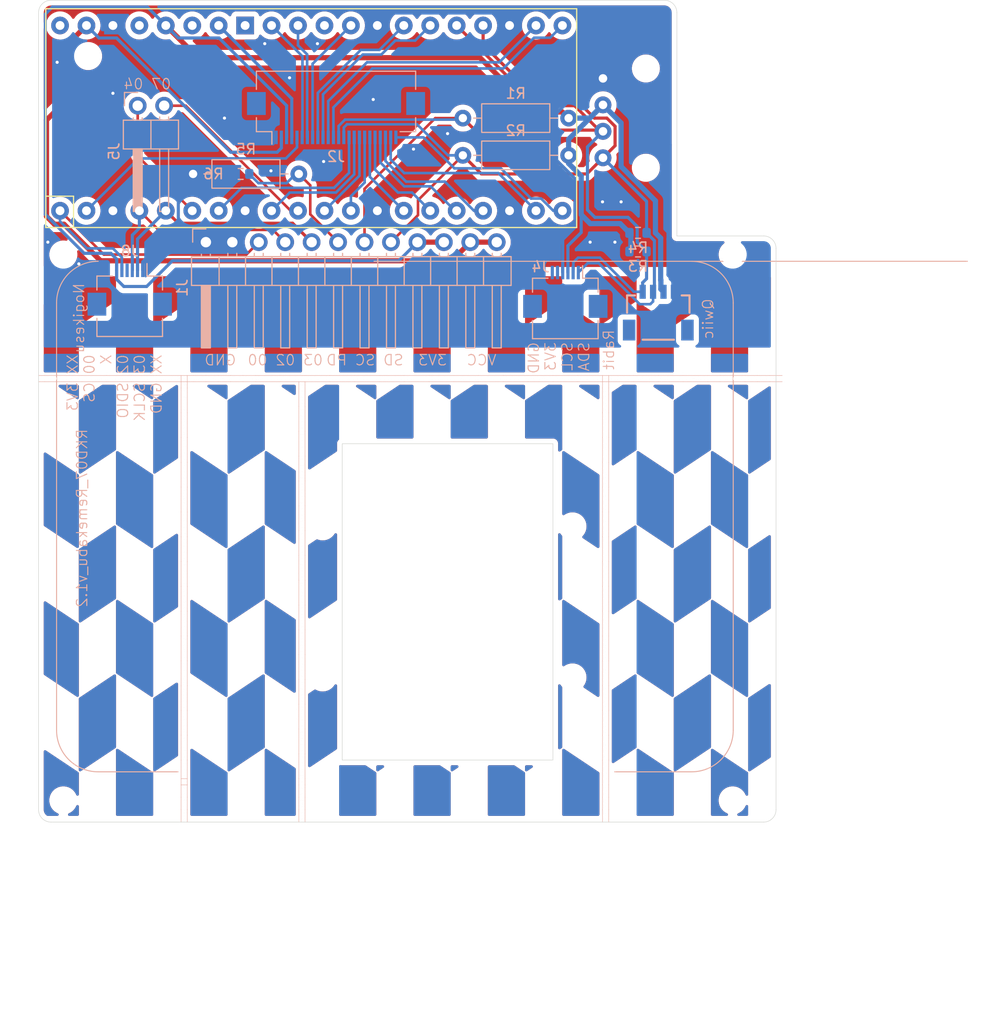
<source format=kicad_pcb>
(kicad_pcb (version 20241229) (generator "pcbnew") (generator_version "9.0")
  (layers (0 "F.Cu" signal) (2 "B.Cu" signal) (13 "F.Paste" user) (15 "B.Paste" user) (5 "F.SilkS" user "F.Silkscreen") (7 "B.SilkS" user "B.Silkscreen") (1 "F.Mask" user) (3 "B.Mask" user) (25 "Edge.Cuts" user))
  (net 0 "")
  (net 1 "VCC")
  (net 2 "GND")
  (net 3 "3V3")
  (net 13 "ROW4_L")
  (net 14 "COL9_L")
  (net 15 "SDA{slash}SCK_L")
  (net 16 "COL4_L")
  (net 17 "COL10_L")
  (net 18 "ROW1_L")
  (net 19 "COL2_L")
  (net 20 "ROW3_L")
  (net 21 "COL13_L")
  (net 22 "COL8_L")
  (net 23 "COL0_L")
  (net 24 "ROW0_L")
  (net 25 "COL6_L")
  (net 26 "COL3_L")
  (net 27 "COL7_L")
  (net 28 "COL5_L")
  (net 29 "COL1_L")
  (net 30 "SCL{slash}TX_L")
  (net 31 "ROW2_L")
  (net 32 "COL12_L")
  (net 33 "COL11_L")
  (net 34 "GP04")
  (net 35 "GP07")
  (net 36 "GP02")
  (net 37 "GP03")
  (net 39 "GP00")
  (net 40 "CS")
  (footprint "Rikkodo_FootPrint:rkd_cutdot_no_edgecut_32" (layer "F.Cu") (at 103.881604 83.64111 90)
    (property "Reference" "REF**" (hide yes))
    (property "Value" "rkd_cutdot_no_edgecut_32" (hide yes))
  )
  (footprint "kbd_Hole:m2_Screw_Hole" (layer "F.Cu") (at 145.25625 52.3875)
    (property "Reference" "Ref**")
    (property "Value" "Val**")
  )
  (footprint "Rikkodo_FootPrint:rkd_cutdot_no_edgecut_1" (layer "F.Cu") (at 133.052232 105.072568 90)
    (property "Reference" "REF**" (hide yes))
    (property "Value" "rkd_cutdot_no_edgecut_1" (hide yes))
  )
  (footprint "Rikkodo_FootPrint:rkd_cutdot_no_edgecut_1_2" (layer "F.Cu") (at 93.166328 64.293696)
    (property "Reference" "REF**" (hide yes))
    (property "Value" "rkd_cutdot_no_edgecut_1_2" (hide yes))
  )
  (footprint "Rikkodo_FootPrint:rkd_cutdot_no_edgecut_4" (layer "F.Cu") (at 135.731136 64.293696)
    (property "Reference" "REF**" (hide yes))
    (property "Value" "rkd_cutdot_no_edgecut_4" (hide yes))
  )
  (footprint "Rikkodo_FootPrint:rkd_cutdot_no_edgecut_4" (layer "F.Cu") (at 85.129616 64.293696)
    (property "Reference" "REF**" (hide yes))
    (property "Value" "rkd_cutdot_no_edgecut_4" (hide yes))
  )
  (footprint "Rikkodo_FootPrint:rkd_cutdot_no_edgecut_32" (layer "F.Cu") (at 92.571016 84.236422 90)
    (property "Reference" "REF**" (hide yes))
    (property "Value" "rkd_cutdot_no_edgecut_32" (hide yes))
  )
  (footprint "Rikkodo_FootPrint:rkd_cutdot_no_edgecut_1" (layer "F.Cu") (at 92.571016 64.591352 90)
    (property "Reference" "REF**" (hide yes))
    (property "Value" "rkd_cutdot_no_edgecut_1" (hide yes))
  )
  (footprint "Rikkodo_FootPrint:rkd_cutdot_no_edgecut_1" (layer "F.Cu") (at 82.153056 64.293696)
    (property "Reference" "REF**" (hide yes))
    (property "Value" "rkd_cutdot_no_edgecut_1" (hide yes))
  )
  (footprint "kbd_Hole:m2_Screw_Hole" (layer "F.Cu") (at 80.9625 52.3875)
    (property "Reference" "Ref**")
    (property "Value" "Val**")
  )
  (footprint "kbd_Hole:m2_Screw_Hole" (layer "F.Cu") (at 136.92199 34.528151)
    (property "Reference" "Ref**")
    (property "Value" "Val**")
  )
  (footprint "Rikkodo_FootPrint:rkd_cutdot_no_edgecut_4" (layer "F.Cu") (at 106.56062 64.294052)
    (property "Reference" "REF**" (hide yes))
    (property "Value" "rkd_cutdot_no_edgecut_4" (hide yes))
  )
  (footprint "kbd_Hole:m2_Screw_Hole" (layer "F.Cu") (at 102.393852 96.440672)
    (property "Reference" "Ref**")
    (property "Value" "Val**")
  )
  (footprint "kbd_Hole:m2_Screw_Hole" (layer "F.Cu") (at 136.92199 44.053159)
    (property "Reference" "Ref**")
    (property "Value" "Val**")
  )
  (footprint "Rikkodo_FootPrint:rkd_cutdot_no_edgecut_1" (layer "F.Cu") (at 92.57066 105.072338 90)
    (property "Reference" "REF**" (hide yes))
    (property "Value" "rkd_cutdot_no_edgecut_1" (hide yes))
  )
  (footprint "kbd_Hole:m2_Screw_Hole" (layer "F.Cu") (at 83.34375 33.3375)
    (property "Reference" "Ref**")
    (property "Value" "Val**")
  )
  (footprint "Rikkodo_FootPrint:rkd_cutdot_no_edgecut_1" (layer "F.Cu") (at 96.440544 64.293696)
    (property "Reference" "REF**" (hide yes))
    (property "Value" "rkd_cutdot_no_edgecut_1" (hide yes))
  )
  (footprint "Rikkodo_FootPrint:rkd_cutdot_no_edgecut_1" (layer "F.Cu") (at 95.24992 64.293696)
    (property "Reference" "REF**" (hide yes))
    (property "Value" "rkd_cutdot_no_edgecut_1" (hide yes))
  )
  (footprint "Rikkodo_FootPrint:rkd_cutdot_no_edgecut_1" (layer "F.Cu") (at 148.232688 64.293696)
    (property "Reference" "REF**" (hide yes))
    (property "Value" "rkd_cutdot_no_edgecut_1" (hide yes))
  )
  (footprint "Rikkodo_FootPrint:rkd_cutdot_no_edgecut_1" (layer "F.Cu") (at 103.881944 106.263192 90)
    (property "Reference" "REF**" (hide yes))
    (property "Value" "rkd_cutdot_no_edgecut_1" (hide yes))
  )
  (footprint "Rikkodo_FootPrint:rkd_cutdot_no_edgecut_4" (layer "F.Cu") (at 140.493632 64.293696)
    (property "Reference" "REF**" (hide yes))
    (property "Value" "rkd_cutdot_no_edgecut_4" (hide yes))
  )
  (footprint "Rikkodo_FootPrint:rkd_cutdot_no_edgecut_4" (layer "F.Cu") (at 101.798352 64.293696)
    (property "Reference" "REF**" (hide yes))
    (property "Value" "rkd_cutdot_no_edgecut_4" (hide yes))
  )
  (footprint "Rikkodo_FootPrint:rkd_cutdot_no_edgecut_1" (layer "F.Cu") (at 145.85144 64.293696)
    (property "Reference" "REF**" (hide yes))
    (property "Value" "rkd_cutdot_no_edgecut_1" (hide yes))
  )
  (footprint "Rikkodo_FootPrint:rkd_cutdot_no_edgecut_4" (layer "F.Cu") (at 89.892112 64.293696)
    (property "Reference" "REF**" (hide yes))
    (property "Value" "rkd_cutdot_no_edgecut_4" (hide yes))
  )
  (footprint "Rikkodo_FootPrint:rkd_cutdot_no_edgecut_1_2" (layer "F.Cu") (at 78.878795 64.293696)
    (property "Reference" "REF**" (hide yes))
    (property "Value" "rkd_cutdot_no_edgecut_1_2" (hide yes))
  )
  (footprint "Rikkodo_FootPrint:rkd_cutdot_no_edgecut_1" (layer "F.Cu") (at 79.771808 64.293696)
    (property "Reference" "REF**" (hide yes))
    (property "Value" "rkd_cutdot_no_edgecut_1" (hide yes))
  )
  (footprint "Rikkodo_FootPrint:rkd_RPi_Pico_TH_NODBG" (layer "F.Cu") (at 104.775 39.290625 90)
    (property "Reference" "U1" (hide yes))
    (property "Value" "Pico")
  )
  (footprint "Rikkodo_FootPrint:rkd_cutdot_no_edgecut_1" (layer "F.Cu") (at 92.571016 103.881944 90)
    (property "Reference" "REF**" (hide yes))
    (property "Value" "rkd_cutdot_no_edgecut_1" (hide yes))
  )
  (footprint "kbd_Hole:m2_Screw_Hole" (layer "F.Cu") (at 145.25625 104.775)
    (property "Reference" "Ref**")
    (property "Value" "Val**")
  )
  (footprint "kbd_Hole:m2_Screw_Hole" (layer "F.Cu") (at 80.9625 104.775)
    (property "Reference" "Ref**")
    (property "Value" "Val**")
  )
  (footprint "Rikkodo_FootPrint:rkd_cutdot_no_edgecut_4" (layer "F.Cu") (at 111.323116 64.294052)
    (property "Reference" "REF**" (hide yes))
    (property "Value" "rkd_cutdot_no_edgecut_4" (hide yes))
  )
  (footprint "Rikkodo_FootPrint:rkd_cutdot_no_edgecut_1" (layer "F.Cu") (at 97.631398 64.29334)
    (property "Reference" "REF**" (hide yes))
    (property "Value" "rkd_cutdot_no_edgecut_1" (hide yes))
  )
  (footprint "Rikkodo_FootPrint:rkd_cutdot_no_edgecut_1" (layer "F.Cu") (at 133.052232 64.591352 90)
    (property "Reference" "REF**" (hide yes))
    (property "Value" "rkd_cutdot_no_edgecut_1" (hide yes))
  )
  (footprint "BrownSugar_KBD:OLED_center_display" (layer "F.Cu") (at 114.3 39.290625 90)
    (property "Reference" "OL1")
    (property "Value" "OLED")
  )
  (footprint "Rikkodo_FootPrint:rkd_cutdot_no_edgecut_1" (layer "F.Cu") (at 98.822022 64.29334)
    (property "Reference" "REF**" (hide yes))
    (property "Value" "rkd_cutdot_no_edgecut_1" (hide yes))
  )
  (footprint "Rikkodo_FootPrint:rkd_cutdot_no_edgecut_1" (layer "F.Cu") (at 80.962432 64.293696)
    (property "Reference" "REF**" (hide yes))
    (property "Value" "rkd_cutdot_no_edgecut_1" (hide yes))
  )
  (footprint "Rikkodo_FootPrint:rkd_cutdot_no_edgecut_16" (layer "F.Cu") (at 123.229584 64.293696)
    (property "Reference" "REF**" (hide yes))
    (property "Value" "rkd_cutdot_no_edgecut_16" (hide yes))
  )
  (footprint "Rikkodo_FootPrint:rkd_cutdot_no_edgecut_1" (layer "F.Cu") (at 144.660816 64.293696)
    (property "Reference" "REF**" (hide yes))
    (property "Value" "rkd_cutdot_no_edgecut_1" (hide yes))
  )
  (footprint "Rikkodo_FootPrint:rkd_cutdot_no_edgecut_1" (layer "F.Cu") (at 149.423312 64.293696)
    (property "Reference" "REF**" (hide yes))
    (property "Value" "rkd_cutdot_no_edgecut_1" (hide yes))
  )
  (footprint "Rikkodo_FootPrint:rkd_cutdot_no_edgecut_1" (layer "F.Cu") (at 103.881944 103.881944 90)
    (property "Reference" "REF**" (hide yes))
    (property "Value" "rkd_cutdot_no_edgecut_1" (hide yes))
  )
  (footprint "Rikkodo_FootPrint:rkd_cutdot_no_edgecut_32" (layer "F.Cu") (at 133.051876 84.236422 90)
    (property "Reference" "REF**" (hide yes))
    (property "Value" "rkd_cutdot_no_edgecut_32" (hide yes))
  )
  (footprint "Rikkodo_FootPrint:rkd_cutdot_no_edgecut_1" (layer "F.Cu") (at 147.042064 64.293696)
    (property "Reference" "REF**" (hide yes))
    (property "Value" "rkd_cutdot_no_edgecut_1" (hide yes))
  )
  (footprint "Rikkodo_FootPrint:rkd_cutdot_no_edgecut_1" (layer "F.Cu") (at 92.571016 106.263192 90)
    (property "Reference" "REF**" (hide yes))
    (property "Value" "rkd_cutdot_no_edgecut_1" (hide yes))
  )
  (footprint "Rikkodo_FootPrint:rkd_cutdot_no_edgecut_1_2" (layer "F.Cu") (at 103.881944 102.988976 90)
    (property "Reference" "REF**" (hide yes))
    (property "Value" "rkd_cutdot_no_edgecut_1_2" (hide yes))
  )
  (footprint "Rikkodo_FootPrint:rkd_cutdot_no_edgecut_1" (layer "F.Cu") (at 94.059296 64.293696)
    (property "Reference" "REF**" (hide yes))
    (property "Value" "rkd_cutdot_no_edgecut_1" (hide yes))
  )
  (footprint "Rikkodo_FootPrint:rkd_cutdot_no_edgecut_1" (layer "F.Cu") (at 103.881588 105.072338 90)
    (property "Reference" "REF**" (hide yes))
    (property "Value" "rkd_cutdot_no_edgecut_1" (hide yes))
  )
  (footprint "Rikkodo_FootPrint:rkd_cutdot_no_edgecut_1" (layer "F.Cu") (at 133.052232 103.881944 90)
    (property "Reference" "REF**" (hide yes))
    (property "Value" "rkd_cutdot_no_edgecut_1" (hide yes))
  )
  (footprint "Rikkodo_FootPrint:rkd_Point_Screw_Hall" (layer "F.Cu") (at 117.871875 85.725 -90)
    (property "Reference" "Point1" (hide yes))
    (property "Value" "PointScrewHall" (hide yes))
  )
  (footprint "Rikkodo_FootPrint:rkd_cutdot_no_edgecut_1" (layer "F.Cu") (at 133.052232 106.263192 90)
    (property "Reference" "REF**" (hide yes))
    (property "Value" "rkd_cutdot_no_edgecut_1" (hide yes))
  )
  (footprint "Rikkodo_FootPrint:rkd_cutdot_no_edgecut_1" (layer "F.Cu") (at 143.470192 64.293696)
    (property "Reference" "REF**" (hide yes))
    (property "Value" "rkd_cutdot_no_edgecut_1" (hide yes))
  )
  (footprint "Connector_PinHeader_2.54mm:PinHeader_1x02_P2.54mm_Horizontal" (layer "B.Cu") (at 88.10625 38.1 -90)
    (property "Reference" "J5")
    (property "Value" "Conn_01x02_Socket")
  )
  (footprint "Resistor_THT:R_Axial_DIN0207_L6.3mm_D2.5mm_P10.16mm_Horizontal" (layer "B.Cu") (at 103.584288 44.6484 180)
    (property "Reference" "R5")
    (property "Value" "1kΩ")
  )
  (footprint "Resistor_SMD:R_0603_1608Metric" (layer "B.Cu") (at 136.163284 52.089847)
    (property "Reference" "R3")
    (property "Value" "1kΩ")
  )
  (footprint "Connector_FFC-FPC:Hirose_FH12-6S-0.5SH_1x06-1MP_P0.50mm_Horizontal" (layer "B.Cu") (at 87.3375 55.75 180)
    (property "Reference" "J8")
    (property "Value" "Conn_01x06")
  )
  (footprint "SparkFun-Connector:JST_SMD_1.0mm-4_Black" (layer "B.Cu") (at 138.1125 55.959375 180)
    (property "Reference" "J3")
    (property "Value" "Qwiic_RA")
  )
  (footprint "DreaM117er-keebLibrary:Hirose_FH12-6S-0.5SH_1x06-1MP_P0.50mm_Horizontal" (layer "B.Cu") (at 129.182921 55.959422 180)
    (property "Reference" "J4")
    (property "Value" "Conn_01x06")
  )
  (footprint "Resistor_SMD:R_0603_1608Metric" (layer "B.Cu") (at 97.996958 44.648475 180)
    (property "Reference" "R6")
    (property "Value" "1kΩ")
  )
  (footprint "Connector_FFC-FPC:Hirose_FH12-24S-0.5SH_1x24-1MP_P0.50mm_Horizontal" (layer "B.Cu") (at 107.15634 39.290655)
    (property "Reference" "J2")
    (property "Value" "Conn_01x24")
  )
  (footprint "Resistor_THT:R_Axial_DIN0207_L6.3mm_D2.5mm_P10.16mm_Horizontal" (layer "B.Cu") (at 129.500417 42.8625 180)
    (property "Reference" "R2")
    (property "Value" "1kΩ")
  )
  (footprint "Resistor_SMD:R_0603_1608Metric" (layer "B.Cu") (at 136.163284 50.303911)
    (property "Reference" "R4")
    (property "Value" "1kΩ")
  )
  (footprint "Connector_PinHeader_2.54mm:PinHeader_1x12_P2.54mm_Horizontal" (layer "B.Cu") (at 94.654767 51.196918 -90)
    (property "Reference" "J1")
    (property "Value" "Conn_01x12")
  )
  (footprint "Resistor_THT:R_Axial_DIN0207_L6.3mm_D2.5mm_P10.16mm_Horizontal" (layer "B.Cu") (at 129.500417 39.290655 180)
    (property "Reference" "R1")
    (property "Value" "1kΩ")
  )
  (gr_line (start 132.754576 63.99604) (end 133.349888 63.99604) (stroke (width 0.05)) (layer "B.SilkS"))
  (gr_line (start 133.927076 102.032873) (end 141.29369 102.032873) (stroke (width 0.1)) (layer "B.SilkS"))
  (gr_arc (start 84.311814 102.032873) (mid 81.483387 100.8613) (end 80.311814 98.032873) (stroke (width 0.1)) (layer "B.SilkS"))
  (gr_arc (start 145.311814 98.032873) (mid 144.140241 100.8613) (end 141.311814 102.032873) (stroke (width 0.1)) (layer "B.SilkS"))
  (gr_line (start 84.3118 102.032873) (end 91.975704 102.032873) (stroke (width 0.1)) (layer "B.SilkS"))
  (gr_arc (start 80.311814 57.032873) (mid 81.483397 54.204468) (end 84.311814 53.032873) (stroke (width 0.1)) (layer "B.SilkS"))
  (gr_line (start 132.754576 64.591352) (end 133.349888 64.591352) (stroke (width 0.05)) (layer "B.SilkS"))
  (gr_line (start 92.27336 64.591352) (end 92.868672 64.591352) (stroke (width 0.05)) (layer "B.SilkS"))
  (gr_line (start 145.311814 57.032873) (end 145.311814 98.032873) (stroke (width 0.1)) (layer "B.SilkS"))
  (gr_line (start 92.27336 102.691094) (end 92.868672 102.691094) (stroke (width 0.05)) (layer "B.SilkS"))
  (gr_line (start 110.803124 53.032873) (end 167.803125 53.032874) (stroke (width 0.1)) (layer "B.SilkS"))
  (gr_line (start 80.311814 98.032873) (end 80.311814 57.032873) (stroke (width 0.1)) (layer "B.SilkS"))
  (gr_line (start 92.273359 63.996039) (end 92.868672 63.996039) (stroke (width 0.05)) (layer "B.SilkS"))
  (gr_arc (start 141.311815 53.032874) (mid 144.140241 54.20445) (end 145.311814 57.032873) (stroke (width 0.1)) (layer "B.SilkS"))
  (gr_line (start 92.27336 103.286406) (end 92.868672 103.286406) (stroke (width 0.05)) (layer "B.SilkS"))
  (gr_line (start 127.992295 70.544472) (end 127.992295 100.905384) (stroke (width 0.05)) (layer "Edge.Cuts"))
  (gr_line (start 79.771875 27.979708) (end 138.707929 27.979708) (stroke (width 0.05)) (layer "Edge.Cuts"))
  (gr_arc (start 138.707929 27.979686) (mid 139.549832 28.328418) (end 139.898577 29.170311) (stroke (width 0.05)) (layer "Edge.Cuts"))
  (gr_arc (start 78.581392 29.170409) (mid 78.930113 28.328529) (end 79.772017 27.979784) (stroke (width 0.05)) (layer "Edge.Cuts"))
  (gr_arc (start 148.232963 50.601615) (mid 149.074842 50.950359) (end 149.423587 51.792239) (stroke (width 0.05)) (layer "Edge.Cuts"))
  (gr_line (start 148.237064 106.858504) (end 79.771942 106.858506) (stroke (width 0.05)) (layer "Edge.Cuts"))
  (gr_arc (start 149.423312 105.66788) (mid 149.074586 106.509778) (end 148.232688 106.858504) (stroke (width 0.05)) (layer "Edge.Cuts"))
  (gr_line (start 139.898574 29.160641) (end 139.898555 50.601605) (stroke (width 0.05)) (layer "Edge.Cuts"))
  (gr_arc (start 79.771942 106.858506) (mid 78.930042 106.50978) (end 78.581316 105.66788) (stroke (width 0.05)) (layer "Edge.Cuts"))
  (gr_line (start 127.992295 100.905384) (end 107.751653 100.905384) (stroke (width 0.05)) (layer "Edge.Cuts"))
  (gr_line (start 149.423587 51.792301) (end 149.423557 105.66788) (stroke (width 0.05)) (layer "Edge.Cuts"))
  (gr_line (start 139.898555 50.601605) (end 148.232963 50.601605) (stroke (width 0.05)) (layer "Edge.Cuts"))
  (gr_line (start 78.581314 29.170409) (end 78.581316 105.660663) (stroke (width 0.05)) (layer "Edge.Cuts"))
  (gr_line (start 107.751472 70.544472) (end 127.992295 70.544472) (stroke (width 0.05)) (layer "Edge.Cuts"))
  (gr_line (start 107.751653 100.905384) (end 107.751472 70.544472) (stroke (width 0.05)) (layer "Edge.Cuts"))
  (gr_text "03 02 00" (at 105.965714 63.103178 0) (layer "B.SilkS") (effects (font (size 1 1) (thickness 0.1)) (justify left bottom mirror)))
  (gr_text "GND\n" (at 97.631332 63.103178 0) (layer "B.SilkS") (effects (font (size 1 1) (thickness 0.1)) (justify left bottom mirror)))
  (gr_text "Nogikesu" (at 83.046024 55.06636 90) (layer "B.SilkS") (effects (font (size 1 1) (thickness 0.1)) (justify left bottom mirror)))
  (gr_text "SD SC PD" (at 113.704783 63.103178 0) (layer "B.SilkS") (effects (font (size 1 1) (thickness 0.1)) (justify left bottom mirror)))
  (gr_text "Qwiic" (at 143.470433 56.554735 90) (layer "B.SilkS") (effects (font (size 1 1) (thickness 0.1)) (justify left bottom mirror)))
  (gr_text "Rabit" (at 133.945425 59.53125 90) (layer "B.SilkS") (effects (font (size 1 1) (thickness 0.1)) (justify left bottom mirror)))
  (gr_text "3V3" (at 117.871974 63.103178 0) (layer "B.SilkS") (effects (font (size 1 1) (thickness 0.1)) (justify left bottom mirror)))
  (gr_text "VCC" (at 122.634478 63.103178 0) (layer "B.SilkS") (effects (font (size 1 1) (thickness 0.1)) (justify left bottom mirror)))
  (gr_text "RKD07_Remekabu_v1.2" (at 83.34375 69.05625 90) (layer "B.SilkS") (effects (font (size 1 1) (thickness 0.1)) (justify left bottom mirror)))
  (gr_text "07 04" (at 91.380392 36.611688 0) (layer "B.SilkS") (effects (font (size 1 1) (thickness 0.1)) (justify left bottom mirror)))
  (gr_text "GND\n3V3\nSCL\nSDA" (at 131.564175 60.721875 90) (layer "B.SilkS") (effects (font (size 1 1) (thickness 0.1)) (justify left bottom mirror)))
  (gr_text "XX 3V3\n00 CS\nX\n02 SDIO\n03 SCLK\nXX GND" (at 90.4875 61.9125 90) (layer "B.SilkS") (effects (font (size 1 1) (thickness 0.1)) (justify left bottom mirror)))
  (segment (start 118.268828 52.982857) (end 84.534446 52.982857) (width 0.5) (layer "F.Cu") (net 1))
  (segment (start 81.303125 37.52125) (end 81.303125 32.2825) (width 0.5) (layer "F.Cu") (net 1))
  (segment (start 81.303125 32.2825) (end 83.185 30.400625) (width 0.5) (layer "F.Cu") (net 1))
  (segment (start 81.033214 49.481625) (end 80.106108 49.481625) (width 0.5) (layer "F.Cu") (net 1))
  (segment (start 120.054767 51.196918) (end 122.594767 51.196918) (width 0.5) (layer "F.Cu") (net 1))
  (segment (start 79.344 39.480375) (end 81.303125 37.52125) (width 0.5) (layer "F.Cu") (net 1))
  (segment (start 120.054767 51.196918) (end 118.268828 52.982857) (width 0.5) (layer "F.Cu") (net 1))
  (segment (start 80.106108 49.481625) (end 79.344 48.719517) (width 0.5) (layer "F.Cu") (net 1))
  (segment (start 79.344 48.719517) (end 79.344 39.480375) (width 0.5) (layer "F.Cu") (net 1))
  (segment (start 84.534446 52.982857) (end 81.033214 49.481625) (width 0.5) (layer "F.Cu") (net 1))
  (segment (start 101.90634 41.140655) (end 101.90634 42.159285) (width 0.3) (layer "B.Cu") (net 1))
  (segment (start 86.076057 31.601625) (end 84.386 31.601625) (width 0.3) (layer "B.Cu") (net 1))
  (segment (start 97.03924 42.564808) (end 86.076057 31.601625) (width 0.3) (layer "B.Cu") (net 1))
  (segment (start 84.386 31.601625) (end 83.185 30.400625) (width 0.3) (layer "B.Cu") (net 1))
  (segment (start 101.90634 42.159285) (end 101.500817 42.564808) (width 0.3) (layer "B.Cu") (net 1))
  (segment (start 101.500817 42.564808) (end 97.03924 42.564808) (width 0.3) (layer "B.Cu") (net 1))
  (segment (start 129.46625 32.146875) (end 132.8 35.480625) (width 0.5) (layer "F.Cu") (net 2))
  (segment (start 123.825 30.400625) (end 125.57125 32.146875) (width 0.5) (layer "F.Cu") (net 2))
  (segment (start 85.725 48.180625) (end 88.741293 51.196918) (width 0.5) (layer "F.Cu") (net 2))
  (segment (start 125.57125 32.146875) (end 129.46625 32.146875) (width 0.5) (layer "F.Cu") (net 2))
  (segment (start 88.741293 51.196918) (end 94.654767 51.196918) (width 0.5) (layer "F.Cu") (net 2))
  (via (at 100.905384 44.350744) (size 0.6) (drill 0.3) (layers "F.Cu" "B.Cu") (net 2))
  (via (at 131.564173 51.196918) (size 0.6) (drill 0.3) (layers "F.Cu" "B.Cu") (net 2))
  (via (at 105.370224 32.146848) (size 0.6) (drill 0.3) (layers "F.Cu" "B.Cu") (net 2))
  (via (at 82.450712 53.280424) (size 0.6) (drill 0.3) (layers "F.Cu" "B.Cu") (net 2))
  (via (at 117.871776 40.778872) (size 0.6) (drill 0.3) (layers "F.Cu" "B.Cu") (net 2))
  (via (at 79.474152 51.196832) (size 0.6) (drill 0.3) (layers "F.Cu" "B.Cu") (net 2))
  (via (at 114.59756 42.267152) (size 0.6) (drill 0.3) (layers "F.Cu" "B.Cu") (net 2))
  (via (at 132.754576 47.327304) (size 0.6) (drill 0.3) (layers "F.Cu" "B.Cu") (net 2))
  (via (at 110.728032 37.504656) (size 0.6) (drill 0.3) (layers "F.Cu" "B.Cu") (net 2))
  (via (at 134.540738 47.327304) (size 0.6) (drill 0.3) (layers "F.Cu" "B.Cu") (net 2))
  (via (at 80.367255 33.932841) (size 0.6) (drill 0.3) (layers "F.Cu" "B.Cu") (net 2))
  (via (at 102.69132 35.421064) (size 0.6) (drill 0.3) (layers "F.Cu" "B.Cu") (net 2))
  (via (at 96.440625 39.290625) (size 0.6) (drill 0.3) (layers "F.Cu" "B.Cu") (net 2))
  (via (at 133.945425 51.196918) (size 0.6) (drill 0.3) (layers "F.Cu" "B.Cu") (net 2))
  (via (at 105.965536 43.457776) (size 0.6) (drill 0.3) (layers "F.Cu" "B.Cu") (net 2))
  (via (at 100.310072 32.146848) (size 0.6) (drill 0.3) (layers "F.Cu" "B.Cu") (net 2))
  (via (at 85.725072 36.909406) (size 0.6) (drill 0.3) (layers "F.Cu" "B.Cu") (net 2))
  (segment (start 87.471211 46.434414) (end 85.725 48.180625) (width 0.3) (layer "B.Cu") (net 2))
  (segment (start 128.349417 38.813895) (end 131.682687 35.480625) (width 0.3) (layer "B.Cu") (net 2))
  (segment (start 91.410687 46.434414) (end 87.471211 46.434414) (width 0.3) (layer "B.Cu") (net 2))
  (segment (start 111.125 30.400625) (end 112.426 29.099625) (width 0.5) (layer "B.Cu") (net 2))
  (segment (start 139.147563 50.912687) (end 139.147563 54.319438) (width 0.5) (layer "B.Cu") (net 2))
  (segment (start 139.147563 54.319438) (end 139.6125 54.784375) (width 0.5) (layer "B.Cu") (net 2))
  (segment (start 92.006 47.029727) (end 91.410687 46.434414) (width 0.3) (layer "B.Cu") (net 2))
  (segment (start 130.106 49.767523) (end 130.106 45.095843) (width 0.3) (layer "B.Cu") (net 2))
  (segment (start 94.654767 51.196918) (end 97.194767 51.196918) (width 0.5) (layer "B.Cu") (net 2))
  (segment (start 92.006 49.678375) (end 92.006 47.029727) (width 0.3) (layer "B.Cu") (net 2))
  (segment (start 85.725 30.400625) (end 96.46503 41.140655) (width 0.5) (layer "B.Cu") (net 2))
  (segment (start 139.147555 50.912679) (end 139.147563 50.912687) (width 0.5) (layer "B.Cu") (net 2))
  (segment (start 128.349417 43.33926) (end 128.349417 38.813895) (width 0.3) (layer "B.Cu") (net 2))
  (segment (start 139.147563 41.828188) (end 139.147555 50.912679) (width 0.5) (layer "B.Cu") (net 2))
  (segment (start 96.46503 41.140655) (end 101.30534 41.140655) (width 0.5) (layer "B.Cu") (net 2))
  (segment (start 112.426 29.099625) (end 122.524 29.099625) (width 0.5) (layer "B.Cu") (net 2))
  (segment (start 139.6125 54.784375) (end 139.6125 55.959375) (width 0.5) (layer "B.Cu") (net 2))
  (segment (start 97.171883 44.6484) (end 97.171958 44.648475) (width 0.5) (layer "B.Cu") (net 2))
  (segment (start 131.682687 35.480625) (end 132.8 35.480625) (width 0.3) (layer "B.Cu") (net 2))
  (segment (start 89.257225 44.6484) (end 85.725 48.180625) (width 0.5) (layer "B.Cu") (net 2))
  (segment (start 122.524 29.099625) (end 123.825 30.400625) (width 0.5) (layer "B.Cu") (net 2))
  (segment (start 128.932921 54.109422) (end 128.932921 50.940602) (width 0.3) (layer "B.Cu") (net 2))
  (segment (start 88.5875 53.096875) (end 92.006 49.678375) (width 0.3) (layer "B.Cu") (net 2))
  (segment (start 130.106 45.095843) (end 128.349417 43.33926) (width 0.3) (layer "B.Cu") (net 2))
  (segment (start 93.772683 44.61775) (end 93.741958 44.648475) (width 0.25) (layer "B.Cu") (net 2))
  (segment (start 93.424288 44.6484) (end 97.171883 44.6484) (width 0.5) (layer "B.Cu") (net 2))
  (segment (start 97.171958 44.648475) (end 96.967272 44.443789) (width 0.25) (layer "B.Cu") (net 2))
  (segment (start 128.932921 50.940602) (end 130.106 49.767523) (width 0.3) (layer "B.Cu") (net 2))
  (segment (start 97.171958 44.648475) (end 97.141233 44.61775) (width 0.25) (layer "B.Cu") (net 2))
  (segment (start 88.5875 53.9) (end 88.5875 53.096875) (width 0.3) (layer "B.Cu") (net 2))
  (segment (start 132.8 35.480625) (end 139.147563 41.828188) (width 0.5) (layer "B.Cu") (net 2))
  (segment (start 93.424288 44.6484) (end 89.257225 44.6484) (width 0.5) (layer "B.Cu") (net 2))
  (segment (start 117.514767 51.196918) (end 114.974767 51.196918) (width 0.5) (layer "F.Cu") (net 3))
  (segment (start 129.480423 39.290655) (end 128.890736 38.700968) (width 0.5) (layer "F.Cu") (net 3))
  (segment (start 120.987593 33.49316) (end 93.897535 33.49316) (width 0.5) (layer "F.Cu") (net 3))
  (segment (start 93.897535 33.49316) (end 90.805 30.400625) (width 0.5) (layer "F.Cu") (net 3))
  (segment (start 126.195401 38.700968) (end 120.987593 33.49316) (width 0.5) (layer "F.Cu") (net 3))
  (segment (start 128.890736 38.700968) (end 126.195401 38.700968) (width 0.5) (layer "F.Cu") (net 3))
  (segment (start 129.500417 39.290655) (end 129.480423 39.290655) (width 0.5) (layer "F.Cu") (net 3))
  (segment (start 86.0875 54.76875) (end 86.77075 55.452) (width 0.3) (layer "B.Cu") (net 3))
  (segment (start 82.965879 52.268144) (end 85.526048 52.268144) (width 0.3) (layer "B.Cu") (net 3))
  (segment (start 137.839284 47.234609) (end 134.540512 43.935837) (width 0.5) (layer "B.Cu") (net 3))
  (segment (start 129.500417 41.320208) (end 129.500417 42.8625) (width 0.5) (layer "B.Cu") (net 3))
  (segment (start 85.526048 52.268144) (end 86.0875 52.829596) (width 0.3) (layer "B.Cu") (net 3))
  (segment (start 138.6125 55.959375) (end 138.3635 55.710375) (width 0.5) (layer "B.Cu") (net 3))
  (segment (start 138.340284 50.805969) (end 137.839284 50.304969) (width 0.5) (layer "B.Cu") (net 3))
  (segment (start 92.006 31.601625) (end 95.91931 31.601625) (width 0.3) (layer "B.Cu") (net 3))
  (segment (start 131.56986 49.416666) (end 134.451039 49.416666) (width 0.5) (layer "B.Cu") (net 3))
  (segment (start 130.707 50.268152) (end 130.707 48.553806) (width 0.3) (layer "B.Cu") (net 3))
  (segment (start 138.3635 54.833375) (end 138.340284 54.833375) (width 0.5) (layer "B.Cu") (net 3))
  (segment (start 129.500417 42.8625) (end 129.500417 43.640318) (width 0.5) (layer "B.Cu") (net 3))
  (segment (start 95.91931 31.601625) (end 102.40634 38.088655) (width 0.3) (layer "B.Cu") (net 3))
  (segment (start 86.77075 55.452) (end 88.9661 55.452) (width 0.3) (layer "B.Cu") (net 3))
  (segment (start 113.188828 52.982857) (end 114.974767 51.196918) (width 0.3) (layer "B.Cu") (net 3))
  (segment (start 86.0875 53.9) (end 86.0875 54.76875) (width 0.3) (layer "B.Cu") (net 3))
  (segment (start 89.035083 28.630708) (end 79.907042 28.630708) (width 0.3) (layer "B.Cu") (net 3))
  (segment (start 129.432921 54.109422) (end 129.432921 51.542231) (width 0.3) (layer "B.Cu") (net 3))
  (segment (start 129.500417 43.640318) (end 130.707 44.846901) (width 0.5) (layer "B.Cu") (net 3))
  (segment (start 88.9661 55.452) (end 91.435243 52.982857) (width 0.3) (layer "B.Cu") (net 3))
  (segment (start 138.3635 55.710375) (end 138.3635 54.833375) (width 0.5) (layer "B.Cu") (net 3))
  (segment (start 138.340284 54.833375) (end 138.340284 50.805969) (width 0.5) (layer "B.Cu") (net 3))
  (segment (start 90.805 30.400625) (end 89.035083 28.630708) (width 0.3) (layer "B.Cu") (net 3))
  (segment (start 135.47422 50.303911) (end 135.47422 52.089847) (width 0.5) (layer "B.Cu") (net 3))
  (segment (start 130.707 48.553806) (end 131.56986 49.416666) (width 0.5) (layer "B.Cu") (net 3))
  (segment (start 129.500417 39.290655) (end 131.52997 39.290655) (width 0.5) (layer "B.Cu") (net 3))
  (segment (start 131.52997 39.290655) (end 132.8 38.020625) (width 0.5) (layer "B.Cu") (net 3))
  (segment (start 79.907042 28.630708) (end 79.232314 29.305436) (width 0.3) (layer "B.Cu") (net 3))
  (segment (start 130.707 44.846901) (end 130.707 48.553806) (width 0.5) (layer "B.Cu") (net 3))
  (segment (start 102.40634 38.088655) (end 102.40634 41.140655) (width 0.3) (layer "B.Cu") (net 3))
  (segment (start 79.232314 29.305436) (end 79.232314 48.534579) (width 0.3) (layer "B.Cu") (net 3))
  (segment (start 79.232314 48.534579) (end 82.965879 52.268144) (width 0.3) (layer "B.Cu") (net 3))
  (segment (start 92.006 31.601625) (end 90.805 30.400625) (width 0.3) (layer "B.Cu") (net 3))
  (segment (start 86.0875 52.829596) (end 86.0875 53.9) (width 0.3) (layer "B.Cu") (net 3))
  (segment (start 134.540512 39.761137) (end 132.8 38.020625) (width 0.5) (layer "B.Cu") (net 3))
  (segment (start 91.435243 52.982857) (end 113.188828 52.982857) (width 0.3) (layer "B.Cu") (net 3))
  (segment (start 132.8 38.020625) (end 129.500417 41.320208) (width 0.5) (layer "B.Cu") (net 3))
  (segment (start 134.540512 43.935837) (end 134.540512 39.761137) (width 0.5) (layer "B.Cu") (net 3))
  (segment (start 134.451039 49.416666) (end 135.338284 50.303911) (width 0.5) (layer "B.Cu") (net 3))
  (segment (start 137.839284 50.304969) (end 137.839284 47.234609) (width 0.5) (layer "B.Cu") (net 3))
  (segment (start 130.075708 42.8625) (end 129.500417 42.8625) (width 0.5) (layer "B.Cu") (net 3))
  (segment (start 129.432921 51.542231) (end 130.707 50.268152) (width 0.3) (layer "B.Cu") (net 3))
  (segment (start 126.852116 47.004625) (end 128.028116 48.180625) (width 0.25) (layer "B.Cu") (net 13))
  (segment (start 118.526666 44.112538) (end 122.991378 44.112538) (width 0.25) (layer "B.Cu") (net 13))
  (segment (start 128.028116 48.180625) (end 128.905 48.180625) (width 0.25) (layer "B.Cu") (net 13))
  (segment (start 115.554783 41.140655) (end 118.526666 44.112538) (width 0.25) (layer "B.Cu") (net 13))
  (segment (start 112.90634 41.140655) (end 115.554783 41.140655) (width 0.25) (layer "B.Cu") (net 13))
  (segment (start 122.991378 44.112538) (end 125.880675 47.001834) (width 0.25) (layer "B.Cu") (net 13))
  (segment (start 125.877884 47.004625) (end 126.852116 47.004625) (width 0.25) (layer "B.Cu") (net 13))
  (segment (start 125.880675 47.001834) (end 125.877884 47.004625) (width 0.25) (layer "B.Cu") (net 13))
  (segment (start 111.323413 32.742212) (end 113.665 30.400625) (width 0.25) (layer "B.Cu") (net 14))
  (segment (start 105.40634 41.140655) (end 105.40634 36.873464) (width 0.25) (layer "B.Cu") (net 14))
  (segment (start 109.537592 32.742212) (end 111.323413 32.742212) (width 0.25) (layer "B.Cu") (net 14))
  (segment (start 105.40634 36.873464) (end 109.537592 32.742212) (width 0.25) (layer "B.Cu") (net 14))
  (segment (start 119.340417 42.8625) (end 121.126317 44.6484) (width 0.3) (layer "F.Cu") (net 15))
  (segment (start 131.252225 44.6484) (end 132.8 43.100625) (width 0.3) (layer "F.Cu") (net 15))
  (segment (start 126.651863 37.598968) (end 121.285 32.232105) (width 0.3) (layer "F.Cu") (net 15))
  (segment (start 115.029 47.173917) (end 119.340417 42.8625) (width 0.25) (layer "F.Cu") (net 15))
  (segment (start 133.961 40.079723) (end 133.171869 39.290592) (width 0.3) (layer "F.Cu") (net 15))
  (segment (start 112.434767 51.196918) (end 115.029 48.602685) (width 0.25) (layer "F.Cu") (net 15))
  (segment (start 131.974816 39.290592) (end 130.283192 37.598968) (width 0.3) (layer "F.Cu") (net 15))
  (segment (start 130.283192 37.598968) (end 126.651863 37.598968) (width 0.3) (layer "F.Cu") (net 15))
  (segment (start 121.126317 44.6484) (end 131.252225 44.6484) (width 0.3) (layer "F.Cu") (net 15))
  (segment (start 121.285 32.232105) (end 121.285 30.400625) (width 0.3) (layer "F.Cu") (net 15))
  (segment (start 133.961 41.939624) (end 133.961 40.079723) (width 0.3) (layer "F.Cu") (net 15))
  (segment (start 132.8 43.100625) (end 133.961 41.939624) (width 0.3) (layer "F.Cu") (net 15))
  (segment (start 133.171869 39.290592) (end 131.974816 39.290592) (width 0.3) (layer "F.Cu") (net 15))
  (segment (start 115.029 48.602685) (end 115.029 47.173917) (width 0.25) (layer "F.Cu") (net 15))
  (segment (start 132.8 43.100625) (end 133.290393 43.100625) (width 0.3) (layer "B.Cu") (net 15))
  (segment (start 136.988284 50.303911) (end 137.739284 51.054911) (width 0.3) (layer "B.Cu") (net 15))
  (segment (start 137.346876 57.149999) (end 136.326495 57.149999) (width 0.25) (layer "B.Cu") (net 15))
  (segment (start 117.914438 42.8625) (end 119.340417 42.8625) (width 0.25) (layer "B.Cu") (net 15))
  (segment (start 137.739284 55.832591) (end 137.6125 55.959375) (width 0.3) (layer "B.Cu") (net 15))
  (segment (start 136.326495 57.149999) (end 132.392499 53.216003) (width 0.25) (layer "B.Cu") (net 15))
  (segment (start 132.392499 53.216003) (end 131.32634 53.216003) (width 0.25) (layer "B.Cu") (net 15))
  (segment (start 137.739284 51.054911) (end 137.739284 55.832591) (width 0.3) (layer "B.Cu") (net 15))
  (segment (start 107.90634 41.140655) (end 107.90634 40.188655) (width 0.25) (layer "B.Cu") (net 15))
  (segment (start 136.988284 47.288909) (end 136.988284 50.303911) (width 0.3) (layer "B.Cu") (net 15))
  (segment (start 137.6125 55.959375) (end 137.6125 56.884375) (width 0.25) (layer "B.Cu") (net 15))
  (segment (start 131.32634 53.216003) (end 130.432921 54.109422) (width 0.25) (layer "B.Cu") (net 15))
  (segment (start 107.90634 40.188655) (end 108.209027 39.885968) (width 0.25) (layer "B.Cu") (net 15))
  (segment (start 114.937906 39.885968) (end 117.914438 42.8625) (width 0.25) (layer "B.Cu") (net 15))
  (segment (start 132.8 43.100625) (end 136.988284 47.288909) (width 0.3) (layer "B.Cu") (net 15))
  (segment (start 108.209027 39.885968) (end 114.937906 39.885968) (width 0.25) (layer "B.Cu") (net 15))
  (segment (start 137.6125 56.884375) (end 137.346876 57.149999) (width 0.25) (layer "B.Cu") (net 15))
  (segment (start 110.40634 44.921965) (end 113.665 48.180625) (width 0.25) (layer "B.Cu") (net 16))
  (segment (start 110.40634 41.140655) (end 110.40634 44.921965) (width 0.25) (layer "B.Cu") (net 16))
  (segment (start 108.585 30.400625) (end 104.90634 34.079285) (width 0.25) (layer "B.Cu") (net 17))
  (segment (start 104.90634 34.079285) (end 104.90634 41.140655) (width 0.25) (layer "B.Cu") (net 17))
  (segment (start 111.40634 41.140655) (end 111.40634 43.540715) (width 0.25) (layer "B.Cu") (net 18))
  (segment (start 111.40634 43.540715) (end 113.704723 45.839098) (width 0.25) (layer "B.Cu") (net 18))
  (segment (start 116.244723 45.839098) (end 118.58625 48.180625) (width 0.25) (layer "B.Cu") (net 18))
  (segment (start 113.704723 45.839098) (end 116.244723 45.839098) (width 0.25) (layer "B.Cu") (net 18))
  (segment (start 109.40634 44.819285) (end 106.045 48.180625) (width 0.25) (layer "B.Cu") (net 19))
  (segment (start 109.40634 41.140655) (end 109.40634 44.819285) (width 0.25) (layer "B.Cu") (net 19))
  (segment (start 122.747913 44.563538) (end 126.365 48.180625) (width 0.25) (layer "B.Cu") (net 20))
  (segment (start 112.40634 43.265095) (end 113.704783 44.563538) (width 0.25) (layer "B.Cu") (net 20))
  (segment (start 112.40634 41.140655) (end 112.40634 43.265095) (width 0.25) (layer "B.Cu") (net 20))
  (segment (start 113.704783 44.563538) (end 122.747913 44.563538) (width 0.25) (layer "B.Cu") (net 20))
  (segment (start 88.205505 43.16012) (end 83.185 48.180625) (width 0.25) (layer "B.Cu") (net 21))
  (segment (start 102.338875 43.16012) (end 88.205505 43.16012) (width 0.25) (layer "B.Cu") (net 21))
  (segment (start 103.40634 41.140655) (end 103.40634 42.092655) (width 0.25) (layer "B.Cu") (net 21))
  (segment (start 103.40634 42.092655) (end 102.338875 43.16012) (width 0.25) (layer "B.Cu") (net 21))
  (segment (start 114.756433 31.849192) (end 116.205 30.400625) (width 0.25) (layer "B.Cu") (net 22))
  (segment (start 105.90634 37.011274) (end 109.724402 33.193212) (width 0.25) (layer "B.Cu") (net 22))
  (segment (start 111.510223 33.193212) (end 112.854243 31.849192) (width 0.25) (layer "B.Cu") (net 22))
  (segment (start 109.724402 33.193212) (end 111.510223 33.193212) (width 0.25) (layer "B.Cu") (net 22))
  (segment (start 105.90634 41.140655) (end 105.90634 37.011274) (width 0.25) (layer "B.Cu") (net 22))
  (segment (start 116.205 30.400625) (end 115.59354 30.400625) (width 0.3) (layer "B.Cu") (net 22))
  (segment (start 112.854243 31.849192) (end 114.756433 31.849192) (width 0.25) (layer "B.Cu") (net 22))
  (segment (start 115.69437 30.400625) (end 116.205 30.400625) (width 0.25) (layer "B.Cu") (net 22))
  (segment (start 108.40634 44.543665) (end 106.966594 45.983411) (width 0.25) (layer "B.Cu") (net 23))
  (segment (start 108.40634 41.140655) (end 108.40634 44.543665) (width 0.25) (layer "B.Cu") (net 23))
  (segment (start 106.966594 45.983411) (end 98.082214 45.983411) (width 0.25) (layer "B.Cu") (net 23))
  (segment (start 98.082214 45.983411) (end 95.885 48.180625) (width 0.25) (layer "B.Cu") (net 23))
  (segment (start 102.90634 37.421965) (end 95.885 30.400625) (width 0.3) (layer "B.Cu") (net 24))
  (segment (start 102.90634 41.140655) (end 102.90634 37.421965) (width 0.3) (layer "B.Cu") (net 24))
  (segment (start 123.229661 34.528151) (end 110.643224 34.528151) (width 0.25) (layer "B.Cu") (net 25))
  (segment (start 106.90634 41.140655) (end 106.93034 41.116655) (width 0.25) (layer "B.Cu") (net 25))
  (segment (start 106.90634 38.265035) (end 106.90634 41.140655) (width 0.25) (layer "B.Cu") (net 25))
  (segment (start 110.643224 34.528151) (end 106.90634 38.265035) (width 0.25) (layer "B.Cu") (net 25))
  (segment (start 128.905 30.400625) (end 127.729 31.576625) (width 0.25) (layer "B.Cu") (net 25))
  (segment (start 126.181187 31.576625) (end 123.229661 34.528151) (width 0.25) (layer "B.Cu") (net 25))
  (segment (start 127.729 31.576625) (end 126.181187 31.576625) (width 0.25) (layer "B.Cu") (net 25))
  (segment (start 109.90634 41.140655) (end 109.90634 45.47035) (width 0.25) (layer "B.Cu") (net 26))
  (segment (start 109.90634 45.47035) (end 108.585 46.79169) (width 0.25) (layer "B.Cu") (net 26))
  (segment (start 108.585 46.79169) (end 108.585 48.180625) (width 0.25) (layer "B.Cu") (net 26))
  (segment (start 110.132905 33.932838) (end 122.832787 33.932838) (width 0.25) (layer "B.Cu") (net 27))
  (segment (start 106.40634 41.140655) (end 106.40634 37.659403) (width 0.25) (layer "B.Cu") (net 27))
  (segment (start 106.40634 37.659403) (end 110.132905 33.932838) (width 0.25) (layer "B.Cu") (net 27))
  (segment (start 122.832787 33.932838) (end 126.365 30.400625) (width 0.25) (layer "B.Cu") (net 27))
  (segment (start 114.45875 46.434375) (end 116.205 48.180625) (width 0.25) (layer "B.Cu") (net 28))
  (segment (start 110.90634 41.140655) (end 110.90634 44.23134) (width 0.25) (layer "B.Cu") (net 28))
  (segment (start 110.90634 44.23134) (end 113.109375 46.434375) (width 0.25) (layer "B.Cu") (net 28))
  (segment (start 113.109375 46.434375) (end 114.45875 46.434375) (width 0.25) (layer "B.Cu") (net 28))
  (segment (start 108.90634 41.140655) (end 108.90634 44.681475) (width 0.25) (layer "B.Cu") (net 29))
  (segment (start 108.90634 44.681475) (end 107.153404 46.434411) (width 0.25) (layer "B.Cu") (net 29))
  (segment (start 102.711214 46.434411) (end 100.965 48.180625) (width 0.25) (layer "B.Cu") (net 29))
  (segment (start 107.153404 46.434411) (end 102.711214 46.434411) (width 0.25) (layer "B.Cu") (net 29))
  (segment (start 132.536329 40.560625) (end 132.8 40.560625) (width 0.3) (layer "F.Cu") (net 30))
  (segment (start 132.68103 40.441655) (end 132.8 40.560625) (width 0.3) (layer "F.Cu") (net 30))
  (segment (start 126.444343 38.099968) (end 130.075672 38.099968) (width 0.3) (layer "F.Cu") (net 30))
  (segment (start 109.894767 46.084647) (end 116.688759 39.290655) (width 0.25) (layer "F.Cu") (net 30))
  (segment (start 109.894767 51.196918) (end 109.894767 46.084647) (width 0.25) (layer "F.Cu") (net 30))
  (segment (start 116.688759 39.290655) (end 119.340417 39.290655) (width 0.25) (layer "F.Cu") (net 30))
  (segment (start 119.340417 39.290655) (end 120.491417 40.441655) (width 0.3) (layer "F.Cu") (net 30))
  (segment (start 120.491417 40.441655) (end 132.68103 40.441655) (width 0.3) (layer "F.Cu") (net 30))
  (segment (start 130.075672 38.099968) (end 132.536329 40.560625) (width 0.3) (layer "F.Cu") (net 30))
  (segment (start 118.745 30.400625) (end 126.444343 38.099968) (width 0.3) (layer "F.Cu") (net 30))
  (segment (start 136.988284 52.089847) (end 136.988284 54.702502) (width 0.3) (layer "B.Cu") (net 30))
  (segment (start 135.20309 48.815666) (end 136.089284 49.70186) (width 0.3) (layer "B.Cu") (net 30))
  (segment (start 107.40634 41.140655) (end 107.40634 40.050845) (width 0.25) (layer "B.Cu") (net 30))
  (segment (start 129.956921 53.776835) (end 129.956921 53.133422) (width 0.25) (layer "B.Cu") (net 30))
  (segment (start 136.6125 55.078286) (end 136.6125 55.959375) (width 0.3) (layer "B.Cu") (net 30))
  (segment (start 132.024117 48.815666) (end 135.20309 48.815666) (width 0.3) (layer "B.Cu") (net 30))
  (segment (start 108.022217 39.434968) (end 119.196104 39.434968) (width 0.25) (layer "B.Cu") (net 30))
  (segment (start 136.089284 49.70186) (end 136.089284 51.190847) (width 0.3) (layer "B.Cu") (net 30))
  (segment (start 132.499598 52.685159) (end 135.773814 55.959375) (width 0.25) (layer "B.Cu") (net 30))
  (segment (start 137.085156 52.128911) (end 137.12422 52.089847) (width 0.3) (layer "B.Cu") (net 30))
  (segment (start 131.308 42.052625) (end 131.308 48.099549) (width 0.3) (layer "B.Cu") (net 30))
  (segment (start 129.932921 53.800835) (end 129.956921 53.776835) (width 0.25) (layer "B.Cu") (net 30))
  (segment (start 135.773814 55.959375) (end 136.6125 55.959375) (width 0.25) (layer "B.Cu") (net 30))
  (segment (start 132.8 40.560625) (end 131.308 42.052625) (width 0.3) (layer "B.Cu") (net 30))
  (segment (start 129.932921 54.109422) (end 129.932921 53.800835) (width 0.25) (layer "B.Cu") (net 30))
  (segment (start 136.727564 55.844311) (end 136.6125 55.959375) (width 0.25) (layer "B.Cu") (net 30))
  (segment (start 109.939941 51.196875) (end 110.33125 51.196875) (width 0.3) (layer "B.Cu") (net 30))
  (segment (start 129.956921 53.133422) (end 130.405184 52.685159) (width 0.25) (layer "B.Cu") (net 30))
  (segment (start 131.308 48.099549) (end 132.024117 48.815666) (width 0.3) (layer "B.Cu") (net 30))
  (segment (start 136.988284 54.702502) (end 136.6125 55.078286) (width 0.3) (layer "B.Cu") (net 30))
  (segment (start 136.089284 51.190847) (end 136.988284 52.089847) (width 0.3) (layer "B.Cu") (net 30))
  (segment (start 119.196104 39.434968) (end 119.340417 39.290655) (width 0.25) (layer "B.Cu") (net 30))
  (segment (start 107.40634 40.050845) (end 108.022217 39.434968) (width 0.25) (layer "B.Cu") (net 30))
  (segment (start 130.405184 52.685159) (end 132.499598 52.685159) (width 0.25) (layer "B.Cu") (net 30))
  (segment (start 117.615589 45.388098) (end 120.408116 48.180625) (width 0.25) (layer "B.Cu") (net 31))
  (segment (start 113.891533 45.388098) (end 117.615589 45.388098) (width 0.25) (layer "B.Cu") (net 31))
  (segment (start 120.408116 48.180625) (end 121.285 48.180625) (width 0.25) (layer "B.Cu") (net 31))
  (segment (start 111.90634 41.140655) (end 111.90634 43.402905) (width 0.25) (layer "B.Cu") (net 31))
  (segment (start 111.90634 43.402905) (end 113.891533 45.388098) (width 0.25) (layer "B.Cu") (net 31))
  (segment (start 103.90634 41.140655) (end 103.93034 41.116655) (width 0.25) (layer "B.Cu") (net 32))
  (segment (start 103.93034 33.365965) (end 100.965 30.400625) (width 0.25) (layer "B.Cu") (net 32))
  (segment (start 103.93034 41.116655) (end 103.93034 33.365965) (width 0.25) (layer "B.Cu") (net 32))
  (segment (start 103.505 32.302815) (end 103.505 30.400625) (width 0.25) (layer "B.Cu") (net 33))
  (segment (start 104.40634 41.140655) (end 104.38134 41.115655) (width 0.25) (layer "B.Cu") (net 33))
  (segment (start 104.38134 41.115655) (end 104.38134 33.179155) (width 0.25) (layer "B.Cu") (net 33))
  (segment (start 104.38134 33.179155) (end 103.505 32.302815) (width 0.25) (layer "B.Cu") (net 33))
  (segment (start 103.505 30.400625) (end 103.90634 30.801965) (width 0.3) (layer "B.Cu") (net 33))
  (segment (start 88.10625 38.1) (end 88.10625 42.941875) (width 0.25) (layer "F.Cu") (net 34))
  (segment (start 88.10625 42.941875) (end 93.345 48.180625) (width 0.25) (layer "F.Cu") (net 34))
  (segment (start 102.800501 48.180625) (end 103.505 48.180625) (width 0.25) (layer "F.Cu") (net 35))
  (segment (start 92.719876 38.1) (end 102.800501 48.180625) (width 0.25) (layer "F.Cu") (net 35))
  (segment (start 90.64625 38.1) (end 92.719876 38.1) (width 0.25) (layer "F.Cu") (net 35))
  (segment (start 90.10525 50.020875) (end 88.265 48.180625) (width 0.25) (layer "F.Cu") (net 36))
  (segment (start 101.098724 50.020875) (end 90.10525 50.020875) (width 0.25) (layer "F.Cu") (net 36))
  (segment (start 102.274767 51.196918) (end 101.098724 50.020875) (width 0.25) (layer "F.Cu") (net 36))
  (segment (start 87.5875 53.9) (end 87.5875 50.525) (width 0.3) (layer "B.Cu") (net 36))
  (segment (start 87.5875 50.525) (end 88.265 49.8475) (width 0.3) (layer "B.Cu") (net 36))
  (segment (start 88.265 49.8475) (end 88.265 48.180625) (width 0.3) (layer "B.Cu") (net 36))
  (segment (start 92.006 49.381625) (end 102.989149 49.381625) (width 0.3) (layer "F.Cu") (net 37))
  (segment (start 90.805 48.180625) (end 92.006 49.381625) (width 0.3) (layer "F.Cu") (net 37))
  (segment (start 104.804442 51.196918) (end 104.814767 51.196918) (width 0.3) (layer "F.Cu") (net 37))
  (segment (start 102.989149 49.381625) (end 104.804442 51.196918) (width 0.3) (layer "F.Cu") (net 37))
  (segment (start 88.0875 50.898125) (end 90.805 48.180625) (width 0.3) (layer "B.Cu") (net 37))
  (segment (start 88.0875 53.9) (end 88.0875 50.898125) (width 0.3) (layer "B.Cu") (net 37))
  (segment (start 84.851919 52.387544) (end 98.544141 52.387544) (width 0.25) (layer "F.Cu") (net 39))
  (segment (start 80.645 48.180625) (end 84.851919 52.387544) (width 0.25) (layer "F.Cu") (net 39))
  (segment (start 98.544141 52.387544) (end 99.734767 51.196918) (width 0.25) (layer "F.Cu") (net 39))
  (segment (start 86.5875 53.9) (end 86.5875 52.654716) (width 0.25) (layer "B.Cu") (net 39))
  (segment (start 83.231214 51.792144) (end 80.645 49.20593) (width 0.25) (layer "B.Cu") (net 39))
  (segment (start 86.5875 52.654716) (end 86.585786 52.654716) (width 0.25) (layer "B.Cu") (net 39))
  (segment (start 85.723214 51.792144) (end 83.231214 51.792144) (width 0.25) (layer "B.Cu") (net 39))
  (segment (start 80.645 49.20593) (end 80.645 48.180625) (width 0.25) (layer "B.Cu") (net 39))
  (segment (start 86.585786 52.654716) (end 85.723214 51.792144) (width 0.25) (layer "B.Cu") (net 39))
  (segment (start 107.398134 51.196875) (end 107.79125 51.196875) (width 0.25) (layer "F.Cu") (net 40))
  (segment (start 104.681 48.523151) (end 107.354767 51.196918) (width 0.25) (layer "F.Cu") (net 40))
  (segment (start 104.681 45.745112) (end 104.681 48.523151) (width 0.25) (layer "F.Cu") (net 40))
  (segment (start 103.584288 44.6484) (end 104.681 45.745112) (width 0.25) (layer "F.Cu") (net 40))
  (segment (start 99.705894 45.532411) (end 98.821958 44.648475) (width 0.25) (layer "B.Cu") (net 40))
  (segment (start 103.286632 44.6484) (end 102.402621 45.532411) (width 0.25) (layer "B.Cu") (net 40))
  (segment (start 103.584288 44.6484) (end 103.286632 44.6484) (width 0.25) (layer "B.Cu") (net 40))
  (segment (start 102.402621 45.532411) (end 99.705894 45.532411) (width 0.25) (layer "B.Cu") (net 40))
  (zone (net 2) (net_name "GND") (layer "F.Cu") (priority 1) (connect_pads yes (clearance 0.5)) (min_thickness 0.25) (fill yes (thermal_gap 0.5) (thermal_bridge_width 0.5))
    (polygon (pts (xy 78.581316 27.979704) (xy 78.581316 53.578105) (xy 150.018876 53.578073) (xy 150.018876 50.006292) (xy 140.493868 50.006292) (xy 140.493868 27.979704)))
  )
  (zone (net 0) (net_name "") (layer "F.Cu") (name "deco") (connect_pads (clearance 0)) (min_thickness 0.25)
    (keepout (tracks allowed) (vias allowed) (pads allowed) (copperpour not_allowed) (footprints allowed))
    (fill (thermal_gap 0.5) (thermal_bridge_width 0.5))
    (polygon (pts (xy 82.45067 59.233508) (xy 82.45067 66.377258) (xy 86.022545 63.996008) (xy 86.022545 56.852258)))
  )
  (zone (net 0) (net_name "") (layer "F.Cu") (name "deco") (connect_pads (clearance 0)) (min_thickness 0.25)
    (keepout (tracks allowed) (vias allowed) (pads allowed) (copperpour not_allowed) (footprints allowed))
    (fill (thermal_gap 0.5) (thermal_bridge_width 0.5))
    (polygon (pts (xy 139.600661 59.233514) (xy 139.600661 66.377264) (xy 143.172536 63.996014) (xy 143.172536 56.852264)))
  )
  (zone (net 0) (net_name "") (layer "F.Cu") (name "deco") (connect_pads (clearance 0)) (min_thickness 0.25)
    (keepout (tracks allowed) (vias allowed) (pads allowed) (copperpour not_allowed) (footprints allowed))
    (fill (thermal_gap 0.5) (thermal_bridge_width 0.5))
    (polygon (pts (xy 136.028786 56.852264) (xy 136.028831 54.47105) (xy 139.600703 54.471054) (xy 139.600661 59.233514)))
  )
  (zone (net 0) (net_name "") (layer "F.Cu") (name "deco") (connect_pads (clearance 0)) (min_thickness 0.25)
    (keepout (tracks allowed) (vias allowed) (pads allowed) (copperpour not_allowed) (footprints allowed))
    (fill (thermal_gap 0.5) (thermal_bridge_width 0.5))
    (polygon (pts (xy 125.31317 59.233508) (xy 125.31317 66.377258) (xy 128.885045 63.996008) (xy 128.885045 56.852258)))
  )
  (zone (net 0) (net_name "") (layer "F.Cu") (name "deco") (connect_pads (clearance 0)) (min_thickness 0.25)
    (keepout (tracks allowed) (vias allowed) (pads allowed) (copperpour not_allowed) (footprints allowed))
    (fill (thermal_gap 0.5) (thermal_bridge_width 0.5))
    (polygon (pts (xy 111.02567 59.233508) (xy 111.02567 66.377258) (xy 114.597545 63.996008) (xy 114.597545 56.852258)))
  )
  (zone (net 0) (net_name "") (layer "F.Cu") (name "deco") (connect_pads (clearance 0)) (min_thickness 0.25)
    (keepout (tracks allowed) (vias allowed) (pads allowed) (copperpour not_allowed) (footprints allowed))
    (fill (thermal_gap 0.5) (thermal_bridge_width 0.5))
    (polygon (pts (xy 107.453795 56.852258) (xy 107.45384 54.471044) (xy 111.025712 54.471048) (xy 111.02567 59.233508)))
  )
  (zone (net 0) (net_name "") (layer "F.Cu") (name "deco") (connect_pads (clearance 0)) (min_thickness 0.25)
    (keepout (tracks allowed) (vias allowed) (pads allowed) (copperpour not_allowed) (footprints allowed))
    (fill (thermal_gap 0.5) (thermal_bridge_width 0.5))
    (polygon (pts (xy 78.878795 56.852258) (xy 78.87884 54.471044) (xy 82.450712 54.471048) (xy 82.45067 59.233508)))
  )
  (zone (net 0) (net_name "") (layer "F.Cu") (name "deco") (connect_pads (clearance 0)) (min_thickness 0.25)
    (keepout (tracks allowed) (vias allowed) (pads allowed) (copperpour not_allowed) (footprints allowed))
    (fill (thermal_gap 0.5) (thermal_bridge_width 0.5))
    (polygon (pts (xy 132.45692 59.233508) (xy 132.45692 66.377258) (xy 136.028795 63.996008) (xy 136.028795 56.852258)))
  )
  (zone (net 0) (net_name "") (layer "F.Cu") (name "deco") (connect_pads (clearance 0)) (min_thickness 0.25)
    (keepout (tracks allowed) (vias allowed) (pads allowed) (copperpour not_allowed) (footprints allowed))
    (fill (thermal_gap 0.5) (thermal_bridge_width 0.5))
    (polygon (pts (xy 128.885045 56.852258) (xy 128.88509 54.471044) (xy 132.456962 54.471048) (xy 132.45692 59.233508)))
  )
  (zone (net 0) (net_name "") (layer "F.Cu") (name "deco") (connect_pads (clearance 0)) (min_thickness 0.25)
    (keepout (tracks allowed) (vias allowed) (pads allowed) (copperpour not_allowed) (footprints allowed))
    (fill (thermal_gap 0.5) (thermal_bridge_width 0.5))
    (polygon (pts (xy 103.88192 59.233508) (xy 103.88192 66.377258) (xy 107.453795 63.996008) (xy 107.453795 56.852258)))
  )
  (zone (net 0) (net_name "") (layer "F.Cu") (name "deco") (connect_pads (clearance 0)) (min_thickness 0.25)
    (keepout (tracks allowed) (vias allowed) (pads allowed) (copperpour not_allowed) (footprints allowed))
    (fill (thermal_gap 0.5) (thermal_bridge_width 0.5))
    (polygon (pts (xy 100.310045 56.852258) (xy 100.31009 54.471044) (xy 103.881962 54.471048) (xy 103.88192 59.233508)))
  )
  (zone (net 0) (net_name "") (layer "F.Cu") (name "deco") (connect_pads (clearance 0)) (min_thickness 0.25)
    (keepout (tracks allowed) (vias allowed) (pads allowed) (copperpour not_allowed) (footprints allowed))
    (fill (thermal_gap 0.5) (thermal_bridge_width 0.5))
    (polygon (pts (xy 114.597545 56.852258) (xy 114.59759 54.471044) (xy 118.169462 54.471048) (xy 118.16942 59.233508)))
  )
  (zone (net 0) (net_name "") (layer "F.Cu") (name "deco") (connect_pads (clearance 0)) (min_thickness 0.25)
    (keepout (tracks allowed) (vias allowed) (pads allowed) (copperpour not_allowed) (footprints allowed))
    (fill (thermal_gap 0.5) (thermal_bridge_width 0.5))
    (polygon (pts (xy 93.166295 56.852258) (xy 93.16634 54.471044) (xy 96.738212 54.471048) (xy 96.73817 59.233508)))
  )
  (zone (net 0) (net_name "") (layer "F.Cu") (name "deco") (connect_pads (clearance 0)) (min_thickness 0.25)
    (keepout (tracks allowed) (vias allowed) (pads allowed) (copperpour not_allowed) (footprints allowed))
    (fill (thermal_gap 0.5) (thermal_bridge_width 0.5))
    (polygon (pts (xy 121.741295 56.852258) (xy 121.74134 54.471044) (xy 125.313212 54.471048) (xy 125.31317 59.233508)))
  )
  (zone (net 0) (net_name "") (layer "F.Cu") (priority 2) (connect_pads (clearance 0.5)) (min_thickness 0.25) (fill yes (thermal_gap 0.5) (thermal_bridge_width 0.5) (island_removal_mode 1) (island_area_min 10))
    (polygon (pts (xy 78.581161 54.471044) (xy 78.581161 106.263192) (xy 150.018624 106.263192) (xy 150.018624 54.471044)))
  )
  (zone (net 0) (net_name "") (layer "F.Cu") (name "deco") (connect_pads (clearance 0)) (min_thickness 0.25)
    (keepout (tracks allowed) (vias allowed) (pads allowed) (copperpour not_allowed) (footprints allowed))
    (fill (thermal_gap 0.5) (thermal_bridge_width 0.5))
    (polygon (pts (xy 143.172533 56.852288) (xy 143.172578 54.471074) (xy 146.74445 54.471078) (xy 146.744408 59.233538)))
  )
  (zone (net 0) (net_name "") (layer "F.Cu") (name "deco") (connect_pads (clearance 0)) (min_thickness 0.25)
    (keepout (tracks allowed) (vias allowed) (pads allowed) (copperpour not_allowed) (footprints allowed))
    (fill (thermal_gap 0.5) (thermal_bridge_width 0.5))
    (polygon (pts (xy 96.73817 59.233508) (xy 96.73817 66.377258) (xy 100.310045 63.996008) (xy 100.310045 56.852258)))
  )
  (zone (net 0) (net_name "") (layer "F.Cu") (name "deco") (connect_pads (clearance 0)) (min_thickness 0.25)
    (keepout (tracks allowed) (vias allowed) (pads allowed) (copperpour not_allowed) (footprints allowed))
    (fill (thermal_gap 0.5) (thermal_bridge_width 0.5))
    (polygon (pts (xy 146.744408 59.233538) (xy 146.744408 66.377288) (xy 150.316283 63.996038) (xy 150.316283 56.852288)))
  )
  (zone (net 0) (net_name "") (layer "F.Cu") (name "deco") (connect_pads (clearance 0)) (min_thickness 0.25)
    (keepout (tracks allowed) (vias allowed) (pads allowed) (copperpour not_allowed) (footprints allowed))
    (fill (thermal_gap 0.5) (thermal_bridge_width 0.5))
    (polygon (pts (xy 89.59442 59.233508) (xy 89.59442 66.377258) (xy 93.166295 63.996008) (xy 93.166295 56.852258)))
  )
  (zone (net 0) (net_name "") (layer "F.Cu") (name "deco") (connect_pads (clearance 0)) (min_thickness 0.25)
    (keepout (tracks allowed) (vias allowed) (pads allowed) (copperpour not_allowed) (footprints allowed))
    (fill (thermal_gap 0.5) (thermal_bridge_width 0.5))
    (polygon (pts (xy 86.022545 56.852258) (xy 86.02259 54.471044) (xy 89.594462 54.471048) (xy 89.59442 59.233508)))
  )
  (zone (net 0) (net_name "") (layer "F.Cu") (name "deco") (connect_pads (clearance 0)) (min_thickness 0.25)
    (keepout (tracks allowed) (vias allowed) (pads allowed) (copperpour not_allowed) (footprints allowed))
    (fill (thermal_gap 0.5) (thermal_bridge_width 0.5))
    (polygon (pts (xy 118.16942 59.233508) (xy 118.16942 66.377258) (xy 121.741295 63.996008) (xy 121.741295 56.852258)))
  )
  (zone (net 0) (net_name "") (layers "F.Cu" "B.Cu") (name "deco") (connect_pads (clearance 0)) (min_thickness 0.25)
    (keepout (tracks allowed) (vias allowed) (pads allowed) (copperpour not_allowed) (footprints allowed))
    (fill (thermal_gap 0.5) (thermal_bridge_width 0.5))
    (polygon (pts (xy 82.45067 102.096008) (xy 82.45067 109.239758) (xy 86.022545 106.858508) (xy 86.022545 99.714758)))
  )
  (zone (net 0) (net_name "") (layers "F.Cu" "B.Cu") (name "deco") (connect_pads (clearance 0)) (min_thickness 0.25)
    (keepout (tracks allowed) (vias allowed) (pads allowed) (copperpour not_allowed) (footprints allowed))
    (fill (thermal_gap 0.5) (thermal_bridge_width 0.5))
    (polygon (pts (xy 89.59442 87.808508) (xy 89.59442 94.952258) (xy 93.166295 92.571008) (xy 93.166295 85.427258)))
  )
  (zone (net 0) (net_name "") (layers "F.Cu" "B.Cu") (name "deco") (connect_pads (clearance 0)) (min_thickness 0.25)
    (keepout (tracks allowed) (vias allowed) (pads allowed) (copperpour not_allowed) (footprints allowed))
    (fill (thermal_gap 0.5) (thermal_bridge_width 0.5))
    (polygon (pts (xy 86.022545 85.427258) (xy 86.022545 78.283508) (xy 89.59442 80.664758) (xy 89.59442 87.808508)))
  )
  (zone (net 0) (net_name "") (layers "F.Cu" "B.Cu") (name "deco") (connect_pads (clearance 0)) (min_thickness 0.25)
    (keepout (tracks allowed) (vias allowed) (pads allowed) (copperpour not_allowed) (footprints allowed))
    (fill (thermal_gap 0.5) (thermal_bridge_width 0.5))
    (polygon (pts (xy 143.172533 85.427288) (xy 143.172533 78.283538) (xy 146.744408 80.664788) (xy 146.744408 87.808538)))
  )
  (zone (net 0) (net_name "") (layers "F.Cu" "B.Cu") (name "deco") (connect_pads (clearance 0)) (min_thickness 0.25)
    (keepout (tracks allowed) (vias allowed) (pads allowed) (copperpour not_allowed) (footprints allowed))
    (fill (thermal_gap 0.5) (thermal_bridge_width 0.5))
    (polygon (pts (xy 132.456914 73.521014) (xy 132.456914 80.664764) (xy 136.028789 78.283514) (xy 136.028789 71.139764)))
  )
  (zone (net 0) (net_name "") (layers "F.Cu" "B.Cu") (name "deco") (connect_pads (clearance 0)) (min_thickness 0.25)
    (keepout (tracks allowed) (vias allowed) (pads allowed) (copperpour not_allowed) (footprints allowed))
    (fill (thermal_gap 0.5) (thermal_bridge_width 0.5))
    (polygon (pts (xy 103.88192 73.521008) (xy 103.88192 80.664758) (xy 107.453795 78.283508) (xy 107.453795 71.139758)))
  )
  (zone (net 0) (net_name "") (layers "F.Cu" "B.Cu") (name "deco") (connect_pads (clearance 0)) (min_thickness 0.25)
    (keepout (tracks allowed) (vias allowed) (pads allowed) (copperpour not_allowed) (footprints allowed))
    (fill (thermal_gap 0.5) (thermal_bridge_width 0.5))
    (polygon (pts (xy 89.59442 102.096008) (xy 89.59442 109.239758) (xy 93.166295 106.858508) (xy 93.166295 99.714758)))
  )
  (zone (net 0) (net_name "") (layers "F.Cu" "B.Cu") (name "deco") (connect_pads (clearance 0)) (min_thickness 0.25)
    (keepout (tracks allowed) (vias allowed) (pads allowed) (copperpour not_allowed) (footprints allowed))
    (fill (thermal_gap 0.5) (thermal_bridge_width 0.5))
    (polygon (pts (xy 118.16942 73.521008) (xy 118.16942 80.664758) (xy 121.741295 78.283508) (xy 121.741295 71.139758)))
  )
  (zone (net 0) (net_name "") (layers "F.Cu" "B.Cu") (name "deco") (connect_pads (clearance 0)) (min_thickness 0.25)
    (keepout (tracks allowed) (vias allowed) (pads allowed) (copperpour not_allowed) (footprints allowed))
    (fill (thermal_gap 0.5) (thermal_bridge_width 0.5))
    (polygon (pts (xy 107.453795 99.714758) (xy 107.453795 92.571008) (xy 111.02567 94.952258) (xy 111.02567 102.096008)))
  )
  (zone (net 0) (net_name "") (layers "F.Cu" "B.Cu") (name "deco") (connect_pads (clearance 0)) (min_thickness 0.25)
    (keepout (tracks allowed) (vias allowed) (pads allowed) (copperpour not_allowed) (footprints allowed))
    (fill (thermal_gap 0.5) (thermal_bridge_width 0.5))
    (polygon (pts (xy 103.88192 87.808508) (xy 103.88192 94.952258) (xy 107.453795 92.571008) (xy 107.453795 85.427258)))
  )
  (zone (net 0) (net_name "") (layers "F.Cu" "B.Cu") (name "deco") (connect_pads (clearance 0)) (min_thickness 0.25)
    (keepout (tracks allowed) (vias allowed) (pads allowed) (copperpour not_allowed) (footprints allowed))
    (fill (thermal_gap 0.5) (thermal_bridge_width 0.5))
    (polygon (pts (xy 103.88192 102.096008) (xy 103.88192 109.239758) (xy 107.453795 106.858508) (xy 107.453795 99.714758)))
  )
  (zone (net 0) (net_name "") (layers "F.Cu" "B.Cu") (name "deco") (connect_pads (clearance 0)) (min_thickness 0.25)
    (keepout (tracks allowed) (vias allowed) (pads allowed) (copperpour not_allowed) (footprints allowed))
    (fill (thermal_gap 0.5) (thermal_bridge_width 0.5))
    (polygon (pts (xy 114.597545 85.427258) (xy 114.597545 78.283508) (xy 118.16942 80.664758) (xy 118.16942 87.808508)))
  )
  (zone (net 0) (net_name "") (layers "F.Cu" "B.Cu") (name "deco") (connect_pads (clearance 0)) (min_thickness 0.25)
    (keepout (tracks allowed) (vias allowed) (pads allowed) (copperpour not_allowed) (footprints allowed))
    (fill (thermal_gap 0.5) (thermal_bridge_width 0.5))
    (polygon (pts (xy 111.02567 87.808508) (xy 111.02567 94.952258) (xy 114.597545 92.571008) (xy 114.597545 85.427258)))
  )
  (zone (net 0) (net_name "") (layers "F.Cu" "B.Cu") (connect_pads (clearance 0)) (min_thickness 0.25)
    (keepout (tracks allowed) (vias allowed) (pads allowed) (copperpour not_allowed) (footprints allowed))
    (fill (thermal_gap 0.5) (thermal_bridge_width 0.5))
    (polygon (pts (xy 91.975704 106.560848) (xy 93.166328 106.560848) (xy 93.166328 63.698384) (xy 91.975704 63.698384)))
  )
  (zone (net 0) (net_name "") (layers "F.Cu" "B.Cu") (name "deco") (connect_pads (clearance 0)) (min_thickness 0.25)
    (keepout (tracks allowed) (vias allowed) (pads allowed) (copperpour not_allowed) (footprints allowed))
    (fill (thermal_gap 0.5) (thermal_bridge_width 0.5))
    (polygon (pts (xy 82.45067 73.521008) (xy 82.45067 80.664758) (xy 86.022545 78.283508) (xy 86.022545 71.139758)))
  )
  (zone (net 0) (net_name "") (layers "F.Cu" "B.Cu") (name "deco") (connect_pads (clearance 0)) (min_thickness 0.25)
    (keepout (tracks allowed) (vias allowed) (pads allowed) (copperpour not_allowed) (footprints allowed))
    (fill (thermal_gap 0.5) (thermal_bridge_width 0.5))
    (polygon (pts (xy 143.172533 71.139788) (xy 143.172533 63.996038) (xy 146.744408 66.377288) (xy 146.744408 73.521038)))
  )
  (zone (net 0) (net_name "") (layers "F.Cu" "B.Cu") (name "deco") (connect_pads (clearance 0)) (min_thickness 0.25)
    (keepout (tracks allowed) (vias allowed) (pads allowed) (copperpour not_allowed) (footprints allowed))
    (fill (thermal_gap 0.5) (thermal_bridge_width 0.5))
    (polygon (pts (xy 125.31317 87.808508) (xy 125.31317 94.952258) (xy 128.885045 92.571008) (xy 128.885045 85.427258)))
  )
  (zone (net 0) (net_name "") (layers "F.Cu" "B.Cu") (name "deco") (connect_pads (clearance 0)) (min_thickness 0.25)
    (keepout (tracks allowed) (vias allowed) (pads allowed) (copperpour not_allowed) (footprints allowed))
    (fill (thermal_gap 0.5) (thermal_bridge_width 0.5))
    (polygon (pts (xy 96.73817 87.808508) (xy 96.73817 94.952258) (xy 100.310045 92.571008) (xy 100.310045 85.427258)))
  )
  (zone (net 0) (net_name "") (layers "F.Cu" "B.Cu") (connect_pads (clearance 0)) (min_thickness 0.25)
    (keepout (tracks allowed) (vias allowed) (pads allowed) (copperpour not_allowed) (footprints allowed))
    (fill (thermal_gap 0.5) (thermal_bridge_width 0.5))
    (polygon (pts (xy 132.45692 102.69132) (xy 133.647544 102.69132) (xy 133.647544 63.698384) (xy 132.45692 63.698384)))
  )
  (zone (net 0) (net_name "") (layers "F.Cu" "B.Cu") (name "deco") (connect_pads (clearance 0)) (min_thickness 0.25)
    (keepout (tracks allowed) (vias allowed) (pads allowed) (copperpour not_allowed) (footprints allowed))
    (fill (thermal_gap 0.5) (thermal_bridge_width 0.5))
    (polygon (pts (xy 132.456914 87.808514) (xy 132.456914 94.952264) (xy 136.028789 92.571014) (xy 136.028789 85.427264)))
  )
  (zone (net 0) (net_name "") (layers "F.Cu" "B.Cu") (name "deco") (connect_pads (clearance 0)) (min_thickness 0.25)
    (keepout (tracks allowed) (vias allowed) (pads allowed) (copperpour not_allowed) (footprints allowed))
    (fill (thermal_gap 0.5) (thermal_bridge_width 0.5))
    (polygon (pts (xy 146.744408 102.096038) (xy 146.744408 109.239788) (xy 150.316283 106.858538) (xy 150.316283 99.714788)))
  )
  (zone (net 0) (net_name "") (layers "F.Cu" "B.Cu") (name "deco") (connect_pads (clearance 0)) (min_thickness 0.25)
    (keepout (tracks allowed) (vias allowed) (pads allowed) (copperpour not_allowed) (footprints allowed))
    (fill (thermal_gap 0.5) (thermal_bridge_width 0.5))
    (polygon (pts (xy 78.878795 71.139758) (xy 78.878795 63.996008) (xy 82.45067 66.377258) (xy 82.45067 73.521008)))
  )
  (zone (net 0) (net_name "") (layers "F.Cu" "B.Cu") (name "deco") (connect_pads (clearance 0)) (min_thickness 0.25)
    (keepout (tracks allowed) (vias allowed) (pads allowed) (copperpour not_allowed) (footprints allowed))
    (fill (thermal_gap 0.5) (thermal_bridge_width 0.5))
    (polygon (pts (xy 121.741295 85.427258) (xy 121.741295 78.283508) (xy 125.31317 80.664758) (xy 125.31317 87.808508)))
  )
  (zone (net 0) (net_name "") (layers "F.Cu" "B.Cu") (name "deco") (connect_pads (clearance 0)) (min_thickness 0.25)
    (keepout (tracks allowed) (vias allowed) (pads allowed) (copperpour not_allowed) (footprints allowed))
    (fill (thermal_gap 0.5) (thermal_bridge_width 0.5))
    (polygon (pts (xy 86.022545 71.139758) (xy 86.022545 63.996008) (xy 89.59442 66.377258) (xy 89.59442 73.521008)))
  )
  (zone (net 0) (net_name "") (layers "F.Cu" "B.Cu") (name "deco") (connect_pads (clearance 0)) (min_thickness 0.25)
    (keepout (tracks allowed) (vias allowed) (pads allowed) (copperpour not_allowed) (footprints allowed))
    (fill (thermal_gap 0.5) (thermal_bridge_width 0.5))
    (polygon (pts (xy 125.31317 73.521008) (xy 125.31317 80.664758) (xy 128.885045 78.283508) (xy 128.885045 71.139758)))
  )
  (zone (net 0) (net_name "") (layers "F.Cu" "B.Cu") (name "deco") (connect_pads (clearance 0)) (min_thickness 0.25)
    (keepout (tracks allowed) (vias allowed) (pads allowed) (copperpour not_allowed) (footprints allowed))
    (fill (thermal_gap 0.5) (thermal_bridge_width 0.5))
    (polygon (pts (xy 125.31317 102.096008) (xy 125.31317 109.239758) (xy 128.885045 106.858508) (xy 128.885045 99.714758)))
  )
  (zone (net 0) (net_name "") (layers "F.Cu" "B.Cu") (name "deco") (connect_pads (clearance 0)) (min_thickness 0.25)
    (keepout (tracks allowed) (vias allowed) (pads allowed) (copperpour not_allowed) (footprints allowed))
    (fill (thermal_gap 0.5) (thermal_bridge_width 0.5))
    (polygon (pts (xy 78.878795 85.427258) (xy 78.878795 78.283508) (xy 82.45067 80.664758) (xy 82.45067 87.808508)))
  )
  (zone (net 0) (net_name "") (layers "F.Cu" "B.Cu") (name "deco") (connect_pads (clearance 0)) (min_thickness 0.25)
    (keepout (tracks allowed) (vias allowed) (pads allowed) (copperpour not_allowed) (footprints allowed))
    (fill (thermal_gap 0.5) (thermal_bridge_width 0.5))
    (polygon (pts (xy 136.028789 85.427264) (xy 136.028789 78.283514) (xy 139.600664 80.664764) (xy 139.600664 87.808514)))
  )
  (zone (net 0) (net_name "") (layers "F.Cu" "B.Cu") (name "deco") (connect_pads (clearance 0)) (min_thickness 0.25)
    (keepout (tracks allowed) (vias allowed) (pads allowed) (copperpour not_allowed) (footprints allowed))
    (fill (thermal_gap 0.5) (thermal_bridge_width 0.5))
    (polygon (pts (xy 86.022545 99.714758) (xy 86.022545 92.571008) (xy 89.59442 94.952258) (xy 89.59442 102.096008)))
  )
  (zone (net 0) (net_name "") (layers "F.Cu" "B.Cu") (name "deco") (connect_pads (clearance 0)) (min_thickness 0.25)
    (keepout (tracks allowed) (vias allowed) (pads allowed) (copperpour not_allowed) (footprints allowed))
    (fill (thermal_gap 0.5) (thermal_bridge_width 0.5))
    (polygon (pts (xy 100.310045 99.714758) (xy 100.310045 92.571008) (xy 103.88192 94.952258) (xy 103.88192 102.096008)))
  )
  (zone (net 0) (net_name "") (layers "F.Cu" "B.Cu") (name "deco") (connect_pads (clearance 0)) (min_thickness 0.25)
    (keepout (tracks allowed) (vias allowed) (pads allowed) (copperpour not_allowed) (footprints allowed))
    (fill (thermal_gap 0.5) (thermal_bridge_width 0.5))
    (polygon (pts (xy 107.453795 71.139758) (xy 107.453795 63.996008) (xy 111.02567 66.377258) (xy 111.02567 73.521008)))
  )
  (zone (net 0) (net_name "") (layers "F.Cu" "B.Cu") (name "deco") (connect_pads (clearance 0)) (min_thickness 0.25)
    (keepout (tracks allowed) (vias allowed) (pads allowed) (copperpour not_allowed) (footprints allowed))
    (fill (thermal_gap 0.5) (thermal_bridge_width 0.5))
    (polygon (pts (xy 128.885045 71.139758) (xy 128.885045 63.996008) (xy 132.45692 66.377258) (xy 132.45692 73.521008)))
  )
  (zone (net 0) (net_name "") (layers "F.Cu" "B.Cu") (name "deco") (connect_pads (clearance 0)) (min_thickness 0.25)
    (keepout (tracks allowed) (vias allowed) (pads allowed) (copperpour not_allowed) (footprints allowed))
    (fill (thermal_gap 0.5) (thermal_bridge_width 0.5))
    (polygon (pts (xy 82.45067 87.808508) (xy 82.45067 94.952258) (xy 86.022545 92.571008) (xy 86.022545 85.427258)))
  )
  (zone (net 0) (net_name "") (layers "F.Cu" "B.Cu") (name "deco") (connect_pads (clearance 0)) (min_thickness 0.25)
    (keepout (tracks allowed) (vias allowed) (pads allowed) (copperpour not_allowed) (footprints allowed))
    (fill (thermal_gap 0.5) (thermal_bridge_width 0.5))
    (polygon (pts (xy 146.744405 73.521028) (xy 146.744405 80.664778) (xy 150.31628 78.283528) (xy 150.31628 71.139778)))
  )
  (zone (net 0) (net_name "") (layers "F.Cu" "B.Cu") (name "deco") (connect_pads (clearance 0)) (min_thickness 0.25)
    (keepout (tracks allowed) (vias allowed) (pads allowed) (copperpour not_allowed) (footprints allowed))
    (fill (thermal_gap 0.5) (thermal_bridge_width 0.5))
    (polygon (pts (xy 146.744405 87.808528) (xy 146.744405 94.952278) (xy 150.31628 92.571028) (xy 150.31628 85.427278)))
  )
  (zone (net 0) (net_name "") (layers "F.Cu" "B.Cu") (name "deco") (connect_pads (clearance 0)) (min_thickness 0.25)
    (keepout (tracks allowed) (vias allowed) (pads allowed) (copperpour not_allowed) (footprints allowed))
    (fill (thermal_gap 0.5) (thermal_bridge_width 0.5))
    (polygon (pts (xy 132.45692 102.096008) (xy 132.45692 109.239758) (xy 136.028795 106.858508) (xy 136.028795 99.714758)))
  )
  (zone (net 0) (net_name "") (layers "F.Cu" "B.Cu") (name "deco") (connect_pads (clearance 0)) (min_thickness 0.25)
    (keepout (tracks allowed) (vias allowed) (pads allowed) (copperpour not_allowed) (footprints allowed))
    (fill (thermal_gap 0.5) (thermal_bridge_width 0.5))
    (polygon (pts (xy 136.028789 99.714764) (xy 136.028789 92.571014) (xy 139.600664 94.952264) (xy 139.600664 102.096014)))
  )
  (zone (net 0) (net_name "") (layers "F.Cu" "B.Cu") (name "deco") (connect_pads (clearance 0)) (min_thickness 0.25)
    (keepout (tracks allowed) (vias allowed) (pads allowed) (copperpour not_allowed) (footprints allowed))
    (fill (thermal_gap 0.5) (thermal_bridge_width 0.5))
    (polygon (pts (xy 139.600658 87.808538) (xy 139.600658 94.952288) (xy 143.172533 92.571038) (xy 143.172533 85.427288)))
  )
  (zone (net 0) (net_name "") (layers "F.Cu" "B.Cu") (name "deco") (connect_pads (clearance 0)) (min_thickness 0.25)
    (keepout (tracks allowed) (vias allowed) (pads allowed) (copperpour not_allowed) (footprints allowed))
    (fill (thermal_gap 0.5) (thermal_bridge_width 0.5))
    (polygon (pts (xy 96.73817 73.521008) (xy 96.73817 80.664758) (xy 100.310045 78.283508) (xy 100.310045 71.139758)))
  )
  (zone (net 0) (net_name "") (layers "F.Cu" "B.Cu") (name "deco") (connect_pads (clearance 0)) (min_thickness 0.25)
    (keepout (tracks allowed) (vias allowed) (pads allowed) (copperpour not_allowed) (footprints allowed))
    (fill (thermal_gap 0.5) (thermal_bridge_width 0.5))
    (polygon (pts (xy 96.73817 102.096008) (xy 96.73817 109.239758) (xy 100.310045 106.858508) (xy 100.310045 99.714758)))
  )
  (zone (net 0) (net_name "") (layers "F.Cu" "B.Cu") (name "deco") (connect_pads (clearance 0)) (min_thickness 0.25)
    (keepout (tracks allowed) (vias allowed) (pads allowed) (copperpour not_allowed) (footprints allowed))
    (fill (thermal_gap 0.5) (thermal_bridge_width 0.5))
    (polygon (pts (xy 121.741295 71.139758) (xy 121.741295 63.996008) (xy 125.31317 66.377258) (xy 125.31317 73.521008)))
  )
  (zone (net 0) (net_name "") (layers "F.Cu" "B.Cu") (name "deco") (connect_pads (clearance 0)) (min_thickness 0.25)
    (keepout (tracks allowed) (vias allowed) (pads allowed) (copperpour not_allowed) (footprints allowed))
    (fill (thermal_gap 0.5) (thermal_bridge_width 0.5))
    (polygon (pts (xy 143.172533 99.714788) (xy 143.172533 92.571038) (xy 146.744408 94.952288) (xy 146.744408 102.096038)))
  )
  (zone (net 0) (net_name "") (layers "F.Cu" "B.Cu") (name "deco") (connect_pads (clearance 0)) (min_thickness 0.25)
    (keepout (tracks allowed) (vias allowed) (pads allowed) (copperpour not_allowed) (footprints allowed))
    (fill (thermal_gap 0.5) (thermal_bridge_width 0.5))
    (polygon (pts (xy 93.166295 71.139758) (xy 93.166295 63.996008) (xy 96.73817 66.377258) (xy 96.73817 73.521008)))
  )
  (zone (net 0) (net_name "") (layers "F.Cu" "B.Cu") (name "deco") (connect_pads (clearance 0)) (min_thickness 0.25)
    (keepout (tracks allowed) (vias allowed) (pads allowed) (copperpour not_allowed) (footprints allowed))
    (fill (thermal_gap 0.5) (thermal_bridge_width 0.5))
    (polygon (pts (xy 100.310045 85.427258) (xy 100.310045 78.283508) (xy 103.88192 80.664758) (xy 103.88192 87.808508)))
  )
  (zone (net 0) (net_name "") (layers "F.Cu" "B.Cu") (name "deco") (connect_pads (clearance 0)) (min_thickness 0.25)
    (keepout (tracks allowed) (vias allowed) (pads allowed) (copperpour not_allowed) (footprints allowed))
    (fill (thermal_gap 0.5) (thermal_bridge_width 0.5))
    (polygon (pts (xy 118.16942 87.808508) (xy 118.16942 94.952258) (xy 121.741295 92.571008) (xy 121.741295 85.427258)))
  )
  (zone (net 0) (net_name "") (layers "F.Cu" "B.Cu") (connect_pads (clearance 0)) (min_thickness 0.25)
    (keepout (tracks allowed) (vias allowed) (pads allowed) (copperpour not_allowed) (footprints allowed))
    (fill (thermal_gap 0.5) (thermal_bridge_width 0.5))
    (polygon (pts (xy 78.581184 63.698384) (xy 78.581184 64.889008) (xy 149.423312 64.889008) (xy 149.423312 63.698384)))
  )
  (zone (net 0) (net_name "") (layers "F.Cu" "B.Cu") (name "deco") (connect_pads (clearance 0)) (min_thickness 0.25)
    (keepout (tracks allowed) (vias allowed) (pads allowed) (copperpour not_allowed) (footprints allowed))
    (fill (thermal_gap 0.5) (thermal_bridge_width 0.5))
    (polygon (pts (xy 100.310045 71.139758) (xy 100.310045 63.996008) (xy 103.88192 66.377258) (xy 103.88192 73.521008)))
  )
  (zone (net 0) (net_name "") (layers "F.Cu" "B.Cu") (connect_pads (clearance 0)) (min_thickness 0.25)
    (keepout (tracks allowed) (vias allowed) (pads allowed) (copperpour not_allowed) (footprints allowed))
    (fill (thermal_gap 0.5) (thermal_bridge_width 0.5))
    (polygon (pts (xy 103.286632 107.453816) (xy 104.477256 107.453816) (xy 104.477256 63.698384) (xy 103.286632 63.698384)))
  )
  (zone (net 0) (net_name "") (layers "F.Cu" "B.Cu") (name "deco") (connect_pads (clearance 0)) (min_thickness 0.25)
    (keepout (tracks allowed) (vias allowed) (pads allowed) (copperpour not_allowed) (footprints allowed))
    (fill (thermal_gap 0.5) (thermal_bridge_width 0.5))
    (polygon (pts (xy 128.885045 99.714758) (xy 128.885045 92.571008) (xy 132.45692 94.952258) (xy 132.45692 102.096008)))
  )
  (zone (net 0) (net_name "") (layers "F.Cu" "B.Cu") (name "deco") (connect_pads (clearance 0)) (min_thickness 0.25)
    (keepout (tracks allowed) (vias allowed) (pads allowed) (copperpour not_allowed) (footprints allowed))
    (fill (thermal_gap 0.5) (thermal_bridge_width 0.5))
    (polygon (pts (xy 114.597545 99.714758) (xy 114.597545 92.571008) (xy 118.16942 94.952258) (xy 118.16942 102.096008)))
  )
  (zone (net 0) (net_name "") (layers "F.Cu" "B.Cu") (name "deco") (connect_pads (clearance 0)) (min_thickness 0.25)
    (keepout (tracks allowed) (vias allowed) (pads allowed) (copperpour not_allowed) (footprints allowed))
    (fill (thermal_gap 0.5) (thermal_bridge_width 0.5))
    (polygon (pts (xy 128.885045 85.427258) (xy 128.885045 78.283508) (xy 132.45692 80.664758) (xy 132.45692 87.808508)))
  )
  (zone (net 0) (net_name "") (layers "F.Cu" "B.Cu") (name "deco") (connect_pads (clearance 0)) (min_thickness 0.25)
    (keepout (tracks allowed) (vias allowed) (pads allowed) (copperpour not_allowed) (footprints allowed))
    (fill (thermal_gap 0.5) (thermal_bridge_width 0.5))
    (polygon (pts (xy 89.59442 73.521008) (xy 89.59442 80.664758) (xy 93.166295 78.283508) (xy 93.166295 71.139758)))
  )
  (zone (net 0) (net_name "") (layers "F.Cu" "B.Cu") (name "deco") (connect_pads (clearance 0)) (min_thickness 0.25)
    (keepout (tracks allowed) (vias allowed) (pads allowed) (copperpour not_allowed) (footprints allowed))
    (fill (thermal_gap 0.5) (thermal_bridge_width 0.5))
    (polygon (pts (xy 78.878795 99.714758) (xy 78.878795 92.571008) (xy 82.45067 94.952258) (xy 82.45067 102.096008)))
  )
  (zone (net 0) (net_name "") (layers "F.Cu" "B.Cu") (name "deco") (connect_pads (clearance 0)) (min_thickness 0.25)
    (keepout (tracks allowed) (vias allowed) (pads allowed) (copperpour not_allowed) (footprints allowed))
    (fill (thermal_gap 0.5) (thermal_bridge_width 0.5))
    (polygon (pts (xy 139.600658 73.521038) (xy 139.600658 80.664788) (xy 143.172533 78.283538) (xy 143.172533 71.139788)))
  )
  (zone (net 0) (net_name "") (layers "F.Cu" "B.Cu") (name "deco") (connect_pads (clearance 0)) (min_thickness 0.25)
    (keepout (tracks allowed) (vias allowed) (pads allowed) (copperpour not_allowed) (footprints allowed))
    (fill (thermal_gap 0.5) (thermal_bridge_width 0.5))
    (polygon (pts (xy 107.453795 85.427258) (xy 107.453795 78.283508) (xy 111.02567 80.664758) (xy 111.02567 87.808508)))
  )
  (zone (net 0) (net_name "") (layers "F.Cu" "B.Cu") (name "deco") (connect_pads (clearance 0)) (min_thickness 0.25)
    (keepout (tracks allowed) (vias allowed) (pads allowed) (copperpour not_allowed) (footprints allowed))
    (fill (thermal_gap 0.5) (thermal_bridge_width 0.5))
    (polygon (pts (xy 93.166295 85.427258) (xy 93.166295 78.283508) (xy 96.73817 80.664758) (xy 96.73817 87.808508)))
  )
  (zone (net 0) (net_name "") (layers "F.Cu" "B.Cu") (name "deco") (connect_pads (clearance 0)) (min_thickness 0.25)
    (keepout (tracks allowed) (vias allowed) (pads allowed) (copperpour not_allowed) (footprints allowed))
    (fill (thermal_gap 0.5) (thermal_bridge_width 0.5))
    (polygon (pts (xy 121.741295 99.714758) (xy 121.741295 92.571008) (xy 125.31317 94.952258) (xy 125.31317 102.096008)))
  )
  (zone (net 0) (net_name "") (layers "F.Cu" "B.Cu") (name "deco") (connect_pads (clearance 0)) (min_thickness 0.25)
    (keepout (tracks allowed) (vias allowed) (pads allowed) (copperpour not_allowed) (footprints allowed))
    (fill (thermal_gap 0.5) (thermal_bridge_width 0.5))
    (polygon (pts (xy 93.166295 99.714758) (xy 93.166295 92.571008) (xy 96.73817 94.952258) (xy 96.73817 102.096008)))
  )
  (zone (net 0) (net_name "") (layers "F.Cu" "B.Cu") (name "deco") (connect_pads (clearance 0)) (min_thickness 0.25)
    (keepout (tracks allowed) (vias allowed) (pads allowed) (copperpour not_allowed) (footprints allowed))
    (fill (thermal_gap 0.5) (thermal_bridge_width 0.5))
    (polygon (pts (xy 111.02567 102.096008) (xy 111.02567 109.239758) (xy 114.597545 106.858508) (xy 114.597545 99.714758)))
  )
  (zone (net 0) (net_name "") (layers "F.Cu" "B.Cu") (name "deco") (connect_pads (clearance 0)) (min_thickness 0.25)
    (keepout (tracks allowed) (vias allowed) (pads allowed) (copperpour not_allowed) (footprints allowed))
    (fill (thermal_gap 0.5) (thermal_bridge_width 0.5))
    (polygon (pts (xy 139.600658 102.096038) (xy 139.600658 109.239788) (xy 143.172533 106.858538) (xy 143.172533 99.714788)))
  )
  (zone (net 0) (net_name "") (layers "F.Cu" "B.Cu") (name "deco") (connect_pads (clearance 0)) (min_thickness 0.25)
    (keepout (tracks allowed) (vias allowed) (pads allowed) (copperpour not_allowed) (footprints allowed))
    (fill (thermal_gap 0.5) (thermal_bridge_width 0.5))
    (polygon (pts (xy 114.597545 71.139758) (xy 114.597545 63.996008) (xy 118.16942 66.377258) (xy 118.16942 73.521008)))
  )
  (zone (net 0) (net_name "") (layers "F.Cu" "B.Cu") (name "deco") (connect_pads (clearance 0)) (min_thickness 0.25)
    (keepout (tracks allowed) (vias allowed) (pads allowed) (copperpour not_allowed) (footprints allowed))
    (fill (thermal_gap 0.5) (thermal_bridge_width 0.5))
    (polygon (pts (xy 111.02567 73.521008) (xy 111.02567 80.664758) (xy 114.597545 78.283508) (xy 114.597545 71.139758)))
  )
  (zone (net 0) (net_name "") (layers "F.Cu" "B.Cu") (name "deco") (connect_pads (clearance 0)) (min_thickness 0.25)
    (keepout (tracks allowed) (vias allowed) (pads allowed) (copperpour not_allowed) (footprints allowed))
    (fill (thermal_gap 0.5) (thermal_bridge_width 0.5))
    (polygon (pts (xy 136.028789 71.139764) (xy 136.028789 63.996014) (xy 139.600664 66.377264) (xy 139.600664 73.521014)))
  )
  (zone (net 0) (net_name "") (layers "F.Cu" "B.Cu") (name "deco") (connect_pads (clearance 0)) (min_thickness 0.25)
    (keepout (tracks allowed) (vias allowed) (pads allowed) (copperpour not_allowed) (footprints allowed))
    (fill (thermal_gap 0.5) (thermal_bridge_width 0.5))
    (polygon (pts (xy 118.16942 102.096008) (xy 118.16942 109.239758) (xy 121.741295 106.858508) (xy 121.741295 99.714758)))
  )
  (zone (net 0) (net_name "") (layer "B.Cu") (name "deco") (connect_pads (clearance 0)) (min_thickness 0.25)
    (keepout (tracks allowed) (vias allowed) (pads allowed) (copperpour not_allowed) (footprints allowed))
    (fill (thermal_gap 0.5) (thermal_bridge_width 0.5))
    (polygon (pts (xy 114.597584 61.912448) (xy 111.025712 61.912448) (xy 111.02567 66.377258) (xy 114.597545 63.996008)))
  )
  (zone (net 0) (net_name "") (layer "B.Cu") (name "deco") (connect_pads (clearance 0)) (min_thickness 0.25)
    (keepout (tracks allowed) (vias allowed) (pads allowed) (copperpour not_allowed) (footprints allowed))
    (fill (thermal_gap 0.5) (thermal_bridge_width 0.5))
    (polygon (pts (xy 93.166334 61.912448) (xy 89.594462 61.912448) (xy 89.59442 66.377258) (xy 93.166295 63.996008)))
  )
  (zone (net 0) (net_name "") (layer "B.Cu") (name "deco") (connect_pads (clearance 0)) (min_thickness 0.25)
    (keepout (tracks allowed) (vias allowed) (pads allowed) (copperpour not_allowed) (footprints allowed))
    (fill (thermal_gap 0.5) (thermal_bridge_width 0.5))
    (polygon (pts (xy 136.02881 61.912418) (xy 132.456938 61.912418) (xy 132.456896 66.377228) (xy 136.028771 63.995978)))
  )
  (zone (net 0) (net_name "") (layer "B.Cu") (name "deco") (connect_pads (clearance 0)) (min_thickness 0.25)
    (keepout (tracks allowed) (vias allowed) (pads allowed) (copperpour not_allowed) (footprints allowed))
    (fill (thermal_gap 0.5) (thermal_bridge_width 0.5))
    (polygon (pts (xy 143.172554 61.912424) (xy 139.600682 61.912424) (xy 139.60064 66.377234) (xy 143.172515 63.995984)))
  )
  (zone (net 0) (net_name "") (layer "B.Cu") (name "deco") (connect_pads (clearance 0)) (min_thickness 0.25)
    (keepout (tracks allowed) (vias allowed) (pads allowed) (copperpour not_allowed) (footprints allowed))
    (fill (thermal_gap 0.5) (thermal_bridge_width 0.5))
    (polygon (pts (xy 100.310084 61.912448) (xy 96.738212 61.912448) (xy 96.73817 66.377258) (xy 100.310045 63.996008)))
  )
  (zone (net 0) (net_name "") (layer "B.Cu") (name "deco") (connect_pads (clearance 0)) (min_thickness 0.25)
    (keepout (tracks allowed) (vias allowed) (pads allowed) (copperpour not_allowed) (footprints allowed))
    (fill (thermal_gap 0.5) (thermal_bridge_width 0.5))
    (polygon (pts (xy 86.022584 61.912448) (xy 82.450712 61.912448) (xy 82.45067 66.377258) (xy 86.022545 63.996008)))
  )
  (zone (net 0) (net_name "") (layer "B.Cu") (name "deco") (connect_pads (clearance 0)) (min_thickness 0.25)
    (keepout (tracks allowed) (vias allowed) (pads allowed) (copperpour not_allowed) (footprints allowed))
    (fill (thermal_gap 0.5) (thermal_bridge_width 0.5))
    (polygon (pts (xy 128.885066 61.912448) (xy 125.313194 61.912448) (xy 125.313152 66.377258) (xy 128.885027 63.996008)))
  )
  (zone (net 0) (net_name "") (layer "B.Cu") (priority 2) (connect_pads (clearance 0.5)) (min_thickness 0.25) (fill yes (thermal_gap 0.5) (thermal_bridge_width 0.5) (island_removal_mode 1) (island_area_min 10))
    (polygon (pts (xy 78.581161 61.912444) (xy 78.581161 106.263192) (xy 150.018624 106.263192) (xy 150.018624 61.912444)))
  )
  (zone (net 2) (net_name "GND") (layer "B.Cu") (priority 1) (connect_pads yes (clearance 0.5)) (min_thickness 0.25) (fill yes (thermal_gap 0.5) (thermal_bridge_width 0.5))
    (polygon (pts (xy 78.581316 27.979704) (xy 78.581316 61.317161) (xy 150.018876 61.317129) (xy 150.018876 50.006292) (xy 140.493868 50.006292) (xy 140.493868 27.979704)))
  )
  (zone (net 0) (net_name "") (layer "B.Cu") (name "deco") (connect_pads (clearance 0)) (min_thickness 0.25)
    (keepout (tracks allowed) (vias allowed) (pads allowed) (copperpour not_allowed) (footprints allowed))
    (fill (thermal_gap 0.5) (thermal_bridge_width 0.5))
    (polygon (pts (xy 121.741328 61.912448) (xy 118.169456 61.912448) (xy 118.169414 66.377258) (xy 121.741289 63.996008)))
  )
  (zone (net 0) (net_name "") (layer "B.Cu") (name "deco") (connect_pads (clearance 0)) (min_thickness 0.25)
    (keepout (tracks allowed) (vias allowed) (pads allowed) (copperpour not_allowed) (footprints allowed))
    (fill (thermal_gap 0.5) (thermal_bridge_width 0.5))
    (polygon (pts (xy 107.453834 61.912448) (xy 103.881962 61.912448) (xy 103.88192 66.377258) (xy 107.453795 63.996008)))
  )
  (zone (net 0) (net_name "") (layer "B.Cu") (name "deco") (connect_pads (clearance 0)) (min_thickness 0.25)
    (keepout (tracks allowed) (vias allowed) (pads allowed) (copperpour not_allowed) (footprints allowed))
    (fill (thermal_gap 0.5) (thermal_bridge_width 0.5))
    (polygon (pts (xy 150.316298 61.912448) (xy 146.744426 61.912448) (xy 146.744384 66.377258) (xy 150.316259 63.996008)))
  )
)
</source>
